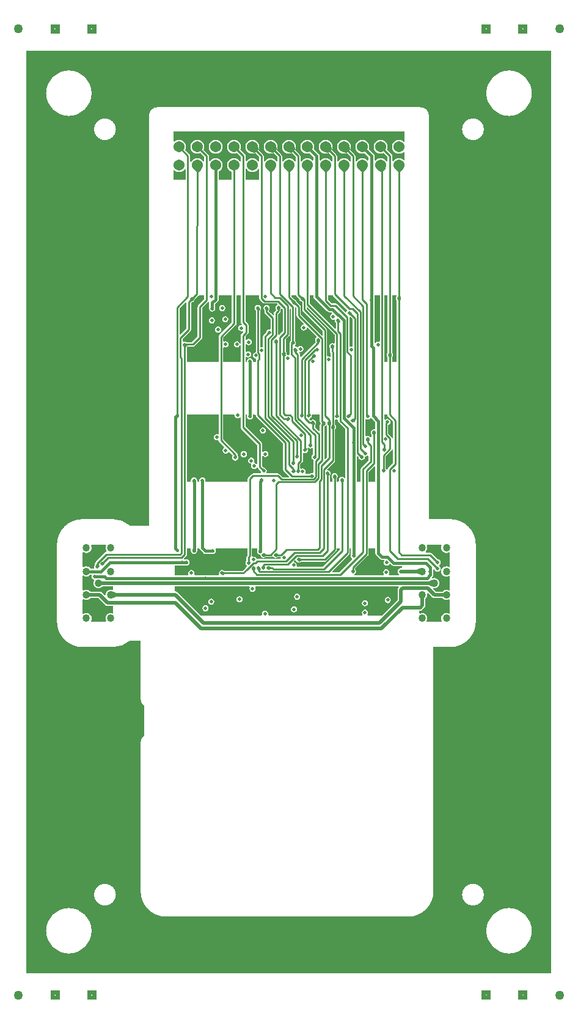
<source format=gbr>
G04 CAM350/DFMSTREAM V11.0 (Build 715) Date:  Fri Nov 02 14:57:19 2018 *
G04 Database: W:\PC Boards\VALTRONIC TECHNOLOGIES\VTC22567\CHECKPLOTS\MODIFIED.cam *
G04 Layer 18: R_Ly3 *
%FSLAX25Y25*%
%MOIN*%
%SFA1.000B1.000*%

%MIA0B0*%
%IPPOS*%
%ADD24C,0.00148*%
%ADD25C,0.02019*%
%ADD26C,0.01034*%
%ADD28C,0.00837*%
%ADD29C,0.06050*%
%ADD72C,0.04050*%
%ADD30C,0.01940*%
%ADD35C,0.01822*%
%ADD39C,0.05000*%
%LNR_Ly3*%
%LPD*%
G36*
X404850Y619100D02*
G01Y624100D01*
X409850*
Y619100*
X404850*
G37*
G36*
Y92300D02*
G01Y97300D01*
X409850*
Y92300*
X404850*
G37*
G36*
X384850Y619100D02*
G01Y624100D01*
X389850*
Y619100*
X384850*
G37*
G36*
Y92300D02*
G01Y97300D01*
X389850*
Y92300*
X384850*
G37*
G36*
X169550Y619100D02*
G01Y624100D01*
X174550*
Y619100*
X169550*
G37*
G36*
Y92300D02*
G01Y97300D01*
X174550*
Y92300*
X169550*
G37*
G36*
X149550Y619100D02*
G01Y624100D01*
X154550*
Y619100*
X149550*
G37*
G36*
Y92300D02*
G01Y97300D01*
X154550*
Y92300*
X149550*
G37*
G36*
X136536Y106768D02*
G01Y609580D01*
X422811*
Y106768*
X136536*
G37*
%LPC*%
G36*
X407438Y621210D02*
G75*
G03X407750Y621600I-88J390D01*
X407262Y621990I-400J0*
X406950Y621600I88J-390*
X407438Y621210I400J0*
G37*
G36*
Y94410D02*
G03X407750Y94800I-88J390D01*
X407262Y95190I-400J0*
X406950Y94800I88J-390*
X407438Y94410I400J0*
G37*
G36*
X387438Y621210D02*
G03X387750Y621600I-88J390D01*
X387262Y621990I-400J0*
X386950Y621600I88J-390*
X387438Y621210I400J0*
G37*
G36*
Y94410D02*
G03X387750Y94800I-88J390D01*
X387262Y95190I-400J0*
X386950Y94800I88J-390*
X387438Y94410I400J0*
G37*
G36*
X172138Y621210D02*
G03X172450Y621600I-88J390D01*
X171962Y621990I-400J0*
X171650Y621600I88J-390*
X172138Y621210I400J0*
G37*
G36*
Y94410D02*
G03X172450Y94800I-88J390D01*
X171962Y95190I-400J0*
X171650Y94800I88J-390*
X172138Y94410I400J0*
G37*
G36*
X152138Y621210D02*
G03X152450Y621600I-88J390D01*
X151962Y621990I-400J0*
X151650Y621600I88J-390*
X152138Y621210I400J0*
G37*
G36*
Y94410D02*
G03X152450Y94800I-88J390D01*
X151962Y95190I-400J0*
X151650Y94800I88J-390*
X152138Y94410I400J0*
G37*
G36*
X159595Y574120D02*
G03X171995Y586520J12400D01*
X159595Y598920I-12400J0*
X147195Y586520I0J-12400*
X159595Y574120I12400J0*
G37*
G36*
X167002Y284535D02*
G01X183691D01*
G03X192897Y288031I0J13870*
G01X198776Y288030*
Y256182*
G03X200744Y252462I4500J0*
G01Y236281*
G03X198776Y232560I2532J-3720*
G01Y151383*
G03X212650Y137509I13874J0*
G01X344650*
G03X358524Y151383I0J13874*
G01Y284526*
X367741*
G03X381615Y298400I0J13874*
G01Y340400*
G03X367741Y354274I-13874J0*
G01X356024*
Y574339*
G03X351524Y578839I-4500J0*
G01X207823*
G03X203323Y574339I0J-4500*
G01Y350777*
X192906Y350779*
G03X183691Y354283I-9215J-10366*
G01X167002*
G03X153128Y340409I0J-13874*
G01Y298409*
G03X167002Y284535I13874J0*
G37*
G36*
X179280Y143544D02*
G03X185248Y149512I-1J5969D01*
X179280Y155481I-5969J0*
X173311Y149512I0J-5969*
X179280Y143544I5969J1*
G37*
G36*
Y560867D02*
G03X185248Y566835I-1J5969D01*
X179280Y572804I-5969J0*
X173311Y566835I0J-5969*
X179280Y560867I5969J1*
G37*
G36*
X380067Y143544D02*
G03X386036Y149512I0J5969D01*
X380067Y155481I-5969J0*
X374099Y149512I1J-5969*
X380067Y143544I5969J1*
G37*
G36*
Y560867D02*
G03X386036Y566835I0J5969D01*
X380067Y572804I-5969J0*
X374099Y566835I1J-5969*
X380067Y560867I5969J1*
G37*
G36*
X399752Y117427D02*
G03X412152Y129827J12400D01*
X399752Y142227I-12400J0*
X387352Y129827I0J-12400*
X399752Y117427I12400*
G37*
G36*
Y574120D02*
G03X412152Y586520J12400D01*
X399752Y598920I-12400J0*
X387352Y586520I0J-12400*
X399752Y574120I12400*
G37*
G36*
X159595Y117427D02*
G03X171995Y129827I0J12400D01*
X159595Y142227I-12400J0*
X147195Y129827I0J-12400*
X159595Y117427I12400J0*
G37*
%LPD*%
G36*
X298888Y404963D02*
G02X298908Y404988I25J0D01*
G01X299391Y405084*
X299831Y405377*
G02X299841Y405381I14J-21*
G01X299969Y405398*
G02X299978Y405397I2J-25*
G01X300153Y405352*
G02X300158Y405350I-7J-24*
G01X300410Y405216*
G02X300423Y405194I-12J-22*
G01Y388041*
G02X300416Y388023I-25J-1*
G01X299393Y387000*
G02X299380Y386993I-18J18*
X299366Y386994I-5J24*
G01X298904Y387186*
G02X298888Y387209I9J23*
G01Y404963*
G37*
G36*
X312659Y464307D02*
G02X312669Y464327I25D01*
G01X312837Y464453*
G02X312844Y464457I16J-19*
G01X313154Y464559*
G02X313167Y464560I8J-24*
X313180Y464553I-5J-25*
G01X314499Y463234*
G02X314506Y463216I-18J-17*
G01Y448777*
G02X314497Y448758I-25J0*
G01X313997Y448347*
G02X313976Y448342I-16J19*
G01X313808Y448376*
X313188Y448253*
G02X313184Y448252I-8J24*
G01X313096Y448251*
G02X313083Y448255I1J25*
G01X312670Y448511*
G02X312659Y448532I14J21*
G01Y464307*
G37*
G36*
X323059Y374656D02*
G01Y380006D01*
G02X323067Y380024I25J0*
G01X326249Y383206*
G02X326262Y383213I18J-18*
X326277Y383211I4J-25*
G01X326776Y383004*
G02X326792Y382981I-9J-23*
G01Y374656*
G02X326767Y374631I-25*
G01X323084*
G02X323059Y374656J25*
G37*
G36*
X273781Y466022D02*
G02X273789Y466040I25J0D01*
G01X274777Y467028*
X275034Y467413*
X275125Y467866*
Y468322*
G02X275133Y468341I25J1*
G01X275478Y468857*
G02X275492Y468867I21J-14*
G01X276002Y469004*
G02X276014I6J-24*
G01X276015*
G02X276025Y468999I-6J-24*
G01X276315Y468757*
G02X276324Y468737I-16J-19*
G01Y456658*
G02X276317Y456640I-25J-1*
G01X274324Y454647*
G02X274311Y454641I-17J19*
G01Y454640*
G02X274297Y454642I-4J25*
G01X273797Y454849*
G02X273781Y454872I9J23*
G01Y466022*
G37*
G36*
X216575Y539230D02*
G01Y544364D01*
G02X216581Y544380I25J0*
X216593Y544388I19J-16*
G01X217093Y544547*
G02X217100Y544548I7J-24*
X217105Y544547I-2J-25*
X217116Y544543I-3J-25*
G01X217800Y544018*
X218715Y543639*
X219697Y543509*
X220679Y543639*
X221595Y544018*
X222381Y544621*
X222711Y545052*
G02X222724Y545061I20J-15*
X222731Y545062I7J-24*
X222739Y545061I1J-25*
G01X223239Y544890*
G02X223256Y544867I-8J-24*
G01Y539230*
G02X223231Y539205I-25*
G01X216600*
G02X216575Y539230J25*
G37*
G36*
X332408Y388422D02*
G02X332415Y388440I25J1D01*
G01X335703Y391727*
X335960Y392112*
X335991Y392269*
G02X336018Y392289I25J-5*
G01X336518Y392240*
G02X336540Y392215I-3J-25*
G01Y384969*
G02X336533Y384951I-25J-1*
G01X333672Y382090*
X333394Y381673*
X333339Y381399*
G02X333315Y381379I-24J5*
G01X332806Y381378*
G02X332801Y381379I2J25*
G01X332799*
G02X332784Y381390I6J24*
G01X332416Y381940*
G02X332408Y381958I17J18*
G01Y388422*
G37*
G36*
X255977Y539230D02*
G01Y545077D01*
G02X255982Y545092I25*
X255994Y545101I20J-15*
G01X256494Y545271*
G02X256502Y545272I7J-24*
X256509Y545271J-25*
X256522Y545262I-7J-24*
G01X257014Y544621*
X257800Y544018*
X258715Y543639*
X259697Y543509*
X260679Y543639*
X261594Y544018*
X262381Y544621*
X262973Y545393*
G02X262990Y545403I20J-15*
G01X263040Y545408*
X263042*
G02X263049Y545407I0J-25*
G01X263499Y545288*
G02X263518Y545264I-6J-24*
G01Y539230*
G02X263493Y539205I-25*
G01X256002*
G02X255977Y539230J25*
G37*
G36*
X290769Y408617D02*
G02X290770Y408624I25D01*
G01X290935Y409166*
G02X290954Y409184I24J-6*
G01X291124Y409218*
X291669Y409582*
X292033Y410127*
X292162Y410775*
G02X292167Y410786I25J-5*
G01X292484Y411171*
G02X292503Y411181I20J-15*
G01X296461Y411180*
G02X296486Y411155I0J-25*
G01Y407721*
X296577Y407268*
X296834Y406883*
X297061Y406656*
G02X297068Y406639I-18J-17*
G01Y406636*
Y406634*
G02X297061Y406616I-25J-1*
G01X296877Y406433*
X296620Y406048*
X296530Y405594*
Y402497*
G02X296526Y402483I-25J0*
G01X296525*
G02X296514Y402473I-22J13*
G01X296053Y402282*
G02X296038Y402281I-9J23*
X296025Y402288I5J25*
G01X294030Y404283*
G02X294022Y404301I17J18*
G01Y405724*
G02X294030Y405742I25J0*
G01X294395Y406289*
X294523Y406931*
X294395Y407574*
X294031Y408120*
X293486Y408484*
X292843Y408612*
X292200Y408484*
X291651Y408117*
G02X291632Y408113I-14J21*
G01X291178Y408203*
G02X291165Y408210I5J25*
G01X290776Y408599*
G02X290770Y408610I18J17*
X290769Y408617I24J7*
G37*
G36*
X321384Y399749D02*
G01X321385Y408504D01*
G02X321398Y408526I25J0*
G01X321898Y408793*
G02X321910Y408796I12J-22*
G01X321911*
G02X321923Y408792I-2J-25*
G01X322023Y408726*
X322666Y408598*
X323309Y408726*
X323854Y409090*
X323954Y409240*
G02X323960Y409246I20J-14*
G01X323966Y409250*
G02X323979Y409256I17J-19*
G01X324607Y409299*
G02X324626Y409292I2J-25*
G01X326785Y407134*
G02X326792Y407116I-18J-17*
G01Y403615*
G02X326782Y403594I-25J-1*
G01X326282Y403232*
G02X326262Y403228I-14J20*
G01X325914Y403297*
X325271Y403169*
X324726Y402805*
X324361Y402260*
X324233Y401617*
X324361Y400973*
X324726Y400427*
G02X324734Y400409I-17J-18*
G01Y399017*
G02X324724Y398997I-25*
G01X324640Y398934*
G02X324621Y398930I-14J21*
G01X323941Y399047*
G02X323925Y399058I5J24*
G01X323854Y399163*
X323309Y399527*
X322666Y399655*
X322023Y399527*
X321923Y399461*
G02X321911Y399457I-14J21*
G01X321910*
G02X321898Y399460I0J25*
G01X321398Y399727*
G02X321388Y399736I11J22*
X321384Y399749I21J14*
G37*
G36*
X331621Y411156D02*
G02X331646Y411181I25J0D01*
G01X333411Y411180*
G02X333435Y411160I-1J-25*
G01X333516Y410757*
X333794Y410340*
X336533Y407601*
G02X336540Y407583I-18J-17*
G01Y398518*
G02X336518Y398493I-25J0*
G01X336018Y398444*
G02X335991Y398464I-2J25*
G01X335960Y398621*
X335703Y399006*
X333743Y400965*
G02X333736Y400983I18J17*
G01Y405576*
G02X333756Y405600I25J-1*
G01X333993Y405648*
X334538Y406012*
X334902Y406557*
X335030Y407200*
X334902Y407843*
X334538Y408388*
X333993Y408752*
X333350Y408880*
X332707Y408752*
X332158Y408386*
G02X332147Y408382I-14J21*
X332136I-5J24*
G01X331638Y408537*
G02X331621Y408561I8J24*
G01Y411156*
G37*
G36*
Y439968D02*
G01Y476468D01*
G02X331646Y476493I25J0*
G01X333393*
G02X333418Y476468I0J-25*
G01Y444881*
G02X333413Y444867I-25J1*
G01X333145Y444465*
X333017Y443822*
X333145Y443179*
X333413Y442776*
G02X333418Y442762I-20J-15*
G01Y439968*
G02X333393Y439943I-25*
G01X331646*
G02X331621Y439968J25*
G37*
G36*
X277979Y452299D02*
G02X277986Y452317I25J1D01*
G01X279720Y454051*
X279978Y454436*
X280068Y454890*
Y468722*
G02X280082Y468745I25J1*
G01X280581Y469012*
G02X280594Y469015I12J-22*
X280607Y469010I-2J-25*
G01X280629Y468996*
G02X280640Y468975I-14J-21*
G01Y451447*
G02X280632Y451428I-25J-1*
G01X280267Y450882*
X280139Y450239*
X280151Y450178*
G02Y450173I-25J-2*
X280147Y450159I-25J0*
G01X280041Y450001*
X279951Y449547*
Y444040*
X279968Y443955*
G02X279969Y443950I-24J-7*
X279962Y443933I-25J0*
G01X279822Y443779*
G02X279817Y443775I-18J17*
G01X279518Y443575*
G02X279500Y443571I-14J21*
G01X278950Y443680*
X278893Y443669*
G02X278871Y443676I-4J25*
G01X278445Y444101*
G02X278439Y444112I18J17*
X278438Y444119I24J7*
Y444124I25J3*
G01X278480Y444333*
X278352Y444976*
X277987Y445522*
G02X277979Y445541I17J18*
G01Y452299*
G37*
G36*
X219888Y469162D02*
G02X219895Y469180I25J1D01*
G01X223191Y472475*
G02X223203Y472482I18J-17*
X223218Y472481I6J-24*
G01X223718Y472273*
G02X223733Y472250I-10J-23*
G01Y458219*
G02X223726Y458201I-25J-1*
G01X220393Y454868*
G02X220380Y454861I-18J18*
X220365Y454863I-4J25*
G01X219904Y455054*
G02X219888Y455077I9J23*
G01Y469162*
G37*
G36*
X326378Y476468D02*
G02X326403Y476493I25J0D01*
G01X329237*
G02X329262Y476468I0J-25*
G01Y451344*
G02X329251Y451323I-25J0*
G01X328751Y450993*
G02X328732Y450990I-13J21*
G01X328315Y451073*
X327672Y450945*
X327127Y450580*
X326924Y450277*
G02X326896Y450267I-21J14*
G01X326396Y450418*
G02X326378Y450442I7J24*
G01Y476468*
G37*
G36*
X335977Y439968D02*
G01Y442762D01*
G02X335981Y442776I25J0*
G01X336250Y443179*
X336378Y443822*
X336250Y444465*
X335981Y444867*
G02X335977Y444881I21J14*
G01Y476468*
G02X336002Y476493I25J0*
G01X338393*
G02X338418Y476468I0J-25*
G01Y475811*
G02X338413Y475798I-25J2*
G01X338141Y475390*
X338013Y474747*
X338141Y474103*
X338413Y473695*
G02X338418Y473681I-20J-15*
G01Y439968*
G02X338393Y439943I-25*
G01X336002*
G02X335977Y439968J25*
G37*
G36*
X316768Y374656D02*
G01Y388351D01*
G02X316772Y388365I25J0*
X316783Y388375I22J-13*
G01X317245Y388566*
G02X317260Y388567I9J-23*
X317272Y388561I-5J-25*
G01X317681Y388152*
G02X317688Y388135I-18J-17*
G01Y388133*
X317816Y387489*
X318180Y386944*
X318726Y386580*
X319369Y386452*
X320012Y386580*
X320557Y386944*
X320921Y387489*
X321050Y388137*
G02X321060Y388153I25J-4*
G01X321509Y388462*
G02X321518Y388466I14J-20*
G01X321931Y388548*
X322476Y388913*
X322515Y388971*
G02X322528Y388981I21J-14*
X322544I8J-24*
G01X323043Y388830*
G02X323061Y388806I-7J-24*
G01Y386269*
G02X323054Y386251I-25J-1*
G01X319176Y382373*
X318919Y381989*
X318829Y381535*
Y374656*
G02X318804Y374631I-25*
G01X316793*
G02X316768Y374656J25*
G37*
G36*
X259475Y334232D02*
G01Y338268D01*
G02X259500Y338293I25J0*
G01X262200*
G02X262225Y338268I0J-25*
G01Y336560*
X262354Y335914*
X262718Y335369*
X263263Y335005*
X263911Y334876*
G02X263928Y334863I-5J-24*
G01X264171Y334402*
G02X264173Y334395I-23J-10*
G01X264224Y334143*
X264588Y333598*
X265133Y333233*
X265776Y333105*
X266419Y333233*
X266965Y333598*
G02X266984Y333606I18J-17*
G01X269633*
X270087Y333697*
X270393Y333902*
X270475Y333955*
G02X270489Y333959I14J-21*
X270496Y333958I0J-25*
G01X271041Y333798*
G02X271055Y333788I-7J-24*
G01X271182Y333598*
X271728Y333233*
X272370Y333105*
X273013Y333233*
X273560Y333598*
G02X273578Y333606I18J-17*
G01X275050*
G02X275069Y333597I0J-25*
G01X275211Y333424*
G02X275217Y333413I-18J-17*
G01X275289Y333050*
G02Y333045I-25J-2*
X275284Y333031I-25J1*
G01X274927Y332531*
G02X274907Y332520I-21J14*
G01X262530*
X262521Y332518*
G02X262516I-2J25*
X262503Y332521I-1J25*
G01X261926Y332858*
G02X261918Y332866I13J21*
G01X261551Y333415*
X261006Y333779*
X260363Y333907*
X259946Y333824*
G02X259941I-2J25*
X259926Y333829I0J25*
G01X259529Y334140*
G02X259525Y334145I17J18*
G01X259499Y334179*
G02X259496Y334184I20J15*
G01X259478Y334221*
G02X259475Y334232I22J12*
G37*
G36*
X300877Y476468D02*
G02X300902Y476493I25J0D01*
G01X303577*
G02X303601Y476473I-1J-25*
G01X303608Y476437*
X303865Y476053*
X311481Y468437*
G02X311488Y468419I-18J-17*
G01Y468417*
X311445Y467978*
G02X311441Y467966I-25J2*
G01X311074Y467417*
X311040Y467247*
G02X311023Y467228I-25J5*
G01X310480Y467064*
G02X310473Y467062I-10J23*
X310455Y467070I0J25*
G01X305989Y471536*
X305604Y471793*
X305151Y471883*
X302924*
G02X302907Y471890I0J25*
G01X300884Y473913*
G02X300877Y473931I18J17*
G01Y476468*
G37*
G36*
X285755Y384090D02*
G02X285762Y384108I25J1D01*
G01X286982Y385328*
X287239Y385713*
X287329Y386166*
Y390111*
G02X287343Y390133I25J0*
G01X287843Y390398*
G02X287859Y390400I11J-22*
G01X288414Y390290*
X289057Y390418*
X289602Y390783*
X289966Y391328*
X290094Y391971*
X289966Y392614*
X289777Y392898*
G02X289772Y392912I20J15*
X289781Y392931I25J0*
G01X290144Y393244*
G02X290174Y393246I16J-19*
G01X290724Y392879*
X291367Y392751*
X292010Y392879*
X292314Y393082*
G02X292326Y393086I14J-21*
G01X292327*
G02X292339Y393083I0J-25*
G01X292839Y392816*
G02X292849Y392807I-11J-22*
X292853Y392794I-21J-14*
G01Y389608*
G02X292841Y389588I-25J1*
G01X292442Y389321*
X292078Y388775*
X291950Y388132*
X292078Y387489*
X292442Y386944*
X292991Y386577*
G02X293002Y386563I-13J-21*
G01X293149Y386023*
G02X293150Y386017I-24J-7*
X293149Y386012I-25J2*
G01X293140Y385965*
Y379789*
G02X293130Y379769I-25*
G01X292630Y379411*
G02X292610Y379407I-14J20*
G01X292252Y379478*
X291609Y379350*
X291063Y378985*
G02X291045Y378977I-18J17*
G01X288909*
G02X288887Y378990I0J25*
G01X288619Y379490*
G02X288616Y379502I22J12*
X288621Y379516I25J-1*
G01X288687Y379615*
X288815Y380258*
X288687Y380901*
X288323Y381446*
X287777Y381811*
X287134Y381939*
X286491Y381811*
X286293Y381679*
G02X286281Y381675I-14J21*
G01X286280*
G02X286268Y381678I0J25*
G01X285768Y381944*
G02X285755Y381966I12J22*
G01Y384090*
G37*
G36*
X303274Y325822D02*
G02Y325827I25J3D01*
X303281Y325840I25J-5*
G01X312474Y335033*
X312731Y335418*
X312821Y335871*
Y338268*
G02X312846Y338293I25J0*
G01X313381*
G02X313406Y338268I0J-25*
G01Y334198*
X313535Y333552*
X313899Y333007*
X314042Y332911*
G02X314053Y332893I-14J-21*
G01X314116Y332249*
Y332247*
G02X314109Y332229I-25J-1*
G01X307222Y325343*
G02X307205Y325335I-18J17*
G01X303490*
G02X303476Y325339I0J25*
G01Y325340*
G02X303467Y325351I14J21*
G01X303276Y325812*
G02X303274Y325822I23J10*
G37*
G36*
X167132Y336035D02*
G02X167146Y336057I25J0D01*
G01X167646Y336303*
G02X167657Y336306I12J-22*
X167672Y336301J-25*
G01X167809Y336196*
X168481Y335918*
X169202Y335823*
X169923Y335918*
X170595Y336196*
X171172Y336639*
X171615Y337216*
X171893Y337888*
X171988Y338609*
X171893Y339330*
X171689Y339823*
G02X171687Y339832I23J10*
X171690Y339844I25J0*
G01X171950Y340344*
G02X171972Y340357I22J-12*
G01X179632*
G02X179654Y340344I0J-25*
G01X179914Y339844*
G02X179917Y339832I-22J-12*
X179915Y339823I-25J1*
G01X179711Y339330*
X179616Y338609*
X179711Y337888*
X179989Y337216*
X180237Y336893*
G02X180242Y336878I-20J-15*
X180241Y336872I-25J1*
G01X180187Y336641*
G02X180184Y336634I-24J6*
G01X180009Y336343*
G02X179992Y336331I-22J13*
G01X179609Y336255*
X179192Y335976*
X174223Y331007*
X173945Y330590*
X173847Y330098*
Y329546*
G02X173842Y329532I-25J1*
G01X173574Y329130*
X173446Y328487*
X173539Y328020*
G02Y328015I-25J-2*
X173535Y328002I-25J1*
G01X173229Y327502*
G02X173207Y327490I-21J13*
G01X171406*
G02X171387Y327500I1J25*
G01X171172Y327779*
X170595Y328222*
X169923Y328500*
X169202Y328595*
X168481Y328500*
X167809Y328222*
X167672Y328117*
G02X167657Y328112I-15J20*
X167646Y328115I1J25*
G01X167146Y328361*
G02X167132Y328383I11J22*
G01Y336035*
G37*
G36*
Y323234D02*
G02X167146Y323257I25J1D01*
G01X167646Y323503*
G02X167657Y323506I12J-22*
X167672Y323501J-25*
G01X167809Y323396*
X168481Y323118*
X169202Y323023*
X169923Y323118*
X170595Y323396*
X171172Y323839*
X171386Y324118*
G02X171406Y324128I20J-15*
G01X171915*
G02X171936Y324116I0J-25*
G01X172193Y323704*
G02X172197Y323691I-21J-14*
G01Y323690*
X172192Y323602*
Y323598*
X172068Y322975*
X172196Y322332*
X172560Y321786*
X173106Y321422*
X173260Y321391*
G02X173279Y321376I-4J-25*
G01X173455Y320908*
G02X173456Y320899I-24J-7*
Y320894I-25J-2*
X173451Y320884I-24J6*
G01X173388Y320800*
X173109Y320128*
X173014Y319407*
X173109Y318686*
X173388Y318014*
X173830Y317437*
X174407Y316994*
X175079Y316716*
X175800Y316621*
X176521Y316716*
X177193Y316994*
X177770Y317437*
X177902Y317609*
G02X177922Y317619I20J-15*
G01X183846*
G02X183871Y317594I0J-25*
G01Y315969*
G02X183860Y315948I-25J0*
G01X183360Y315614*
G02X183346Y315610I-14J21*
X183337Y315612I1J25*
G01X183123Y315700*
X182402Y315795*
X181681Y315700*
X181009Y315422*
X180432Y314979*
X179989Y314402*
X179711Y313730*
X179627Y313096*
G02X179615Y313078I-25J3*
G01X179171Y312814*
G02X179159Y312811I-12J22*
X179141Y312818I-1J25*
G01X177692Y314267*
X177112Y314654*
X176428Y314790*
X171329*
G02X171309Y314800J25*
G01X171172Y314979*
X170595Y315422*
X169923Y315700*
X169202Y315795*
X168481Y315700*
X167809Y315422*
X167672Y315317*
G02X167657Y315312I-15J20*
X167646Y315315I1J25*
G01X167146Y315561*
G02X167132Y315583I11J22*
G01Y323234*
G37*
G36*
Y310434D02*
G02X167146Y310457I25J1D01*
G01X167646Y310703*
G02X167657Y310706I12J-22*
X167672Y310701J-25*
G01X167809Y310596*
X168481Y310318*
X169202Y310223*
X169923Y310318*
X170595Y310596*
X171172Y311039*
X171309Y311218*
G02X171329Y311228I20J-15*
G01X175683*
G02X175700Y311220I-1J-25*
G01X179475Y307445*
X180055Y307058*
X180739Y306922*
X183846*
G02X183871Y306897I0J-25*
G01Y303169*
G02X183860Y303148I-25J0*
G01X183360Y302814*
G02X183346Y302810I-14J21*
X183337Y302812I1J25*
G01X183123Y302900*
X182402Y302995*
X181681Y302900*
X181009Y302622*
X180432Y302179*
X179989Y301602*
X179711Y300930*
X179616Y300209*
X179711Y299488*
X179989Y298816*
X180007Y298792*
G02X180012Y298779I-20J-15*
G01Y298777*
G02X180010Y298766I-25J-1*
G01X179789Y298317*
G02X179766Y298303I-22J11*
G01X171838*
G02X171815Y298317I-1J25*
G01X171594Y298766*
G02X171592Y298777I23J10*
G01Y298779*
G02X171597Y298792I25J-2*
G01X171615Y298816*
X171893Y299488*
X171988Y300209*
X171893Y300930*
X171615Y301602*
X171172Y302179*
X170595Y302622*
X169923Y302900*
X169202Y302995*
X168481Y302900*
X167809Y302622*
X167672Y302517*
G02X167657Y302512I-15J20*
X167646Y302515I1J25*
G01X167146Y302761*
G02X167132Y302783I11J22*
G01Y310434*
G37*
G36*
X282337Y331362D02*
G02X282338Y331368I25J-1D01*
X282345Y331380I24J-6*
G01X282881Y331916*
G02X282892Y331922I17J-18*
X282899Y331923I7J-24*
X282906Y331922I0J-25*
G01X283384Y331777*
G02X283401Y331758I-8J-24*
G01X283416Y331682*
X283781Y331137*
X284326Y330773*
X284969Y330645*
X285612Y330773*
X286158Y331138*
G02X286177Y331146I18J-17*
G01X299238*
X299692Y331236*
X300076Y331493*
X305486Y336903*
X305743Y337287*
X305833Y337741*
Y338268*
G02X305858Y338293I25J0*
G01X307387*
G02X307412Y338268I0J-25*
G01Y337647*
G02X307404Y337629I-25J0*
G01X298070Y328295*
G02X298053Y328288I-17J18*
G01X284204*
G02X284184Y328298J25*
G01X283827Y328798*
G02X283822Y328813I20J15*
Y328818I25J3*
G01X283893Y329176*
X283765Y329819*
X283401Y330364*
X282856Y330728*
X282522Y330795*
G02X282503Y330812I5J25*
G01X282338Y331354*
G02X282337Y331362I24J7*
G37*
G36*
X350745Y304338D02*
G02X350770Y304363I25J0D01*
G01X351207*
X351891Y304499*
X352470Y304886*
X353599Y306014*
X353986Y306594*
X354122Y307278*
Y310872*
G02X354132Y310892I25*
G01X354311Y311030*
X354754Y311607*
X355032Y312279*
X355127Y313000*
X355050Y313580*
Y313583*
G02X355053Y313594I25J-1*
X355063Y313605I23J-11*
G01X355512Y313863*
G02X355524Y313867I14J-21*
X355542Y313859I0J-25*
G01X357659Y311742*
X358239Y311355*
X358923Y311219*
X363413*
G02X363433Y311209I0J-25*
G01X363571Y311030*
X364148Y310587*
X364820Y310309*
X365541Y310214*
X366262Y310309*
X366934Y310587*
X366995Y310634*
G02X367010Y310639I15J-20*
X367021Y310637I1J-25*
G01X367470Y310415*
G02X367484Y310393I-11J-22*
G01Y302807*
G02X367470Y302785I-25J0*
G01X367021Y302563*
G02X367010Y302561I-10J23*
X366995Y302566J25*
G01X366934Y302613*
X366262Y302891*
X365541Y302986*
X364819Y302891*
X364148Y302613*
X363571Y302170*
X363128Y301593*
X362849Y300921*
X362754Y300200*
X362849Y299479*
X363128Y298807*
X363224Y298682*
G02X363229Y298669I-20J-15*
G01Y298668*
Y298666*
G02X363226Y298655I-25J1*
G01X363005Y298207*
G02X362983Y298193I-22J11*
G01X354899*
G02X354876Y298207I-1J25*
G01X354655Y298655*
G02X354653Y298666I23J10*
G01Y298669*
G02X354658Y298682I25J-2*
G01X354754Y298807*
X355032Y299479*
X355127Y300200*
X355032Y300921*
X354754Y301593*
X354311Y302170*
X353734Y302613*
X353062Y302891*
X352341Y302986*
X351619Y302891*
X351279Y302750*
G02X351270Y302748I-10J23*
X351256Y302752I0J25*
G01X350756Y303087*
G02X350745Y303107I14J21*
G01Y304338*
G37*
G36*
X290877Y476468D02*
G02X290902Y476493I25J0D01*
G01X292991*
G02X293016Y476468I0J-25*
G01Y475778*
X293145Y475133*
X293510Y474586*
X300457Y467639*
X301005Y467273*
X301650Y467145*
X302787*
G02X302804Y467137I-1J-25*
G01X303164Y466778*
G02X303171Y466760I-18J-17*
X303170Y466754I-25J1*
G01X303020Y466197*
G02X303010Y466183I-24J7*
G01X302580Y465895*
X302216Y465350*
X302088Y464707*
X302216Y464064*
X302580Y463519*
X303125Y463155*
X303768Y463027*
X304318Y463136*
G02X304337Y463132I5J-25*
G01X304635Y462933*
G02X304640Y462929I-13J-21*
G01X304781Y462775*
G02X304788Y462758I-18J-17*
X304787Y462753I-25J2*
G01X304745Y462542*
X304873Y461899*
X305238Y461352*
G02X305246Y461334I-17J-18*
G01Y458327*
G02X305242Y458313I-25J0*
X305231Y458304I-21J14*
G01X304769Y458112*
G02X304754Y458111I-9J23*
X304742Y458118I6J24*
G01X290884Y471976*
G02X290877Y471993I18J17*
G01Y476468*
G37*
G36*
X221780Y452626D02*
G02X221787Y452644I25J1D01*
G01X225916Y456772*
X226195Y457189*
X226292Y457681*
Y472106*
G02X226300Y472124I25J0*
G01X226739Y472563*
G02X226752Y472569I17J-19*
G01X227226Y472664*
X227771Y473028*
X228136Y473574*
X228202Y473907*
G02X228209Y473919I24J-6*
G01X230417Y476127*
X230654Y476482*
G02X230675Y476493I21J-14*
G01X233445*
G02X233470Y476468I0J-25*
G01Y474140*
G02X233463Y474123I-25J0*
G01X230178Y470837*
X229899Y470420*
X229801Y469928*
Y453935*
G02X229794Y453917I-25J-1*
G01X226713Y450836*
G02X226696Y450829I-17J18*
G01X223627*
G02X223613Y450833I0J25*
G01X223506Y450905*
X222863Y451033*
X222310Y450923*
G02X222293Y450926I-4J25*
G01X221793Y451192*
G02X221780Y451214I12J22*
G01Y452626*
G37*
G36*
X282921Y448979D02*
G02X282923Y448987I25J-2D01*
G01Y448988*
G02X282932Y449000I24J-8*
G01X283008Y449050*
X283372Y449596*
X283500Y450239*
X283372Y450882*
X283007Y451428*
G02X282999Y451446I17J18*
G01Y469295*
G02X283013Y469317I25J0*
G01X283513Y469560*
G02X283526Y469562I10J-23*
X283539Y469557I-2J-25*
G01X283780Y469372*
G02X283790Y469352I-15J-20*
G01Y465409*
X283880Y464955*
X284137Y464571*
X287700Y461007*
G02X287708Y460989I-17J-18*
X287707Y460982I-25*
G01X287542Y460440*
G02X287523Y460422I-24J6*
G01X287180Y460354*
X286635Y459990*
X286271Y459445*
X286143Y458802*
X286271Y458159*
X286635Y457613*
X287180Y457249*
X287823Y457121*
X288466Y457249*
X289012Y457613*
X289376Y458159*
X289444Y458501*
G02X289461Y458520I25J-5*
G01X290004Y458685*
G02X290017I7J-24*
G01X290018*
G02X290029Y458679I-6J-24*
G01X294726Y453981*
G02X294734Y453963I-17J-18*
G01Y453961*
X294670Y453317*
G02X294659Y453299I-25J3*
G01X294509Y453199*
X294145Y452653*
X294017Y452010*
X294145Y451367*
X294421Y450954*
G02X294425Y450940I-21J-14*
X294418Y450922I-25J-1*
G01X286199Y442703*
G02X286186Y442696I-18J18*
X286171Y442698I-4J25*
G01X285672Y442905*
G02X285656Y442928I9J23*
G01Y444035*
X285566Y444489*
X285309Y444873*
X285162Y445020*
G02X285155Y445038I18J17*
X285158Y445050I25J0*
G01X285418Y445497*
G02X285429Y445508I22J-11*
X285445Y445510I11J-22*
G01X285953Y445409*
X286596Y445537*
X287141Y445901*
X287506Y446446*
X287634Y447089*
X287506Y447732*
X287141Y448277*
X286596Y448641*
X285953Y448769*
X285310Y448641*
X284765Y448277*
X284570Y447986*
G02X284550Y447975I-21J14*
G01X284305*
G02X284291Y447979I0J25*
G01X283742Y448346*
X283117Y448471*
G02X283100Y448482I4J25*
G01X283055Y448558*
G02X283053Y448563I22J12*
G01X282922Y448971*
G02X282921Y448979I24J7*
G37*
G36*
X354275Y336590D02*
G02X354276Y336597I25D01*
G01Y336598*
G02X354285Y336610I24J-8*
G01X354311Y336630*
X354754Y337207*
X355032Y337879*
X355127Y338600*
X355032Y339321*
X354870Y339712*
G02X354868Y339722I23J10*
G01Y339724*
G02X354872Y339736I25J-2*
G01X355192Y340236*
G02X355213Y340247I21J-14*
G01X362669*
G02X362690Y340235I0J-25*
G01X363009Y339736*
G02X363013Y339722I-21J-14*
X363011Y339713I-25J1*
G01X362849Y339321*
X362754Y338600*
X362849Y337879*
X363128Y337207*
X363571Y336630*
X364148Y336187*
X364820Y335909*
X365541Y335814*
X366262Y335909*
X366934Y336187*
X366995Y336234*
G02X367008Y336239I15J-20*
X367021Y336237I3J-25*
G01X367470Y336015*
G02X367484Y335993I-11J-22*
G01Y328407*
G02X367470Y328385I-25J0*
G01X367021Y328163*
G02X367008Y328161I-10J23*
X366995Y328166I2J25*
G01X366934Y328213*
X366262Y328491*
X365541Y328586*
X364820Y328491*
X364148Y328213*
X363571Y327770*
X363128Y327193*
X362849Y326521*
X362754Y325800*
X362849Y325079*
X363128Y324407*
X363571Y323830*
X364148Y323387*
X364820Y323109*
X365541Y323014*
X366262Y323109*
X366934Y323387*
X366995Y323434*
G02X367008Y323439I15J-20*
X367021Y323437I3J-25*
G01X367470Y323215*
G02X367484Y323193I-11J-22*
G01Y315607*
G02X367470Y315585I-25J0*
G01X367021Y315363*
G02X367008Y315361I-10J23*
X366995Y315366I2J25*
G01X366934Y315413*
X366262Y315691*
X365541Y315786*
X364820Y315691*
X364148Y315413*
X363571Y314970*
X363433Y314791*
G02X363413Y314781I-20J15*
G01X359668*
G02X359651Y314789I1J25*
G01X358289Y316150*
G02X358282Y316168I18J17*
X358285Y316179I25J-1*
G01X358518Y316652*
G02X358528Y316663I23J-11*
X358544Y316666I12J-22*
G01X358941Y316614*
X359662Y316709*
X360334Y316987*
X360911Y317430*
X361353Y318007*
X361632Y318679*
X361727Y319400*
X361632Y320121*
X361353Y320793*
X360911Y321370*
X360334Y321813*
X359662Y322091*
X358941Y322186*
X358220Y322091*
X358022Y322010*
G02X357992Y322019I-9J23*
G01X357709Y322443*
G02X357705Y322457I21J14*
X357712Y322474I25J0*
G01X358006Y322769*
X358372Y323316*
X358500Y323962*
Y326540*
G02X358513Y326562I25J0*
G01X359012Y326855*
G02X359024Y326859I14J-21*
X359037Y326856I1J-25*
G01X359171Y326781*
G02X359184Y326764I-11J-22*
G01X359204Y326662*
X359568Y326117*
X360113Y325753*
X360756Y325625*
X361399Y325753*
X361945Y326117*
X362309Y326663*
X362437Y327306*
X362309Y327948*
X361945Y328494*
X361700Y328657*
G02X361689Y328678I14J21*
G01Y329280*
G02X361700Y329300I25J-1*
G01X361945Y329464*
X362309Y330009*
X362437Y330652*
X362309Y331295*
X361945Y331840*
X361399Y332204*
X360925Y332299*
G02X360912Y332306I5J25*
G01X357529Y335689*
X357112Y335967*
X356620Y336066*
X354470*
G02X354456Y336070I0J25*
X354446Y336083I14J21*
G01X354277Y336582*
G02X354275Y336590I23J10*
G37*
G36*
X300423Y381338D02*
G02X300431Y381356I25J0D01*
G01X304502Y385427*
X304759Y385811*
X304849Y386265*
Y403361*
G02X304857Y403380I25J1*
G01X305222Y403926*
X305350Y404569*
X305222Y405212*
X304857Y405759*
G02X304849Y405777I17J18*
G01Y408262*
G02X304861Y408284I25J1*
G01X305361Y408593*
G02X305379Y408596I13J-21*
G01X305840Y408505*
X306009Y408538*
G02X306029Y408533I4J-25*
G01X306529Y408122*
G02X306538Y408103I-16J-19*
G01Y407807*
X306629Y407354*
X306886Y406969*
X310455Y403399*
G02X310463Y403381I-17J-18*
G01Y376878*
G02X310458Y376863I-25J0*
X310445Y376854I-20J15*
G01X309945Y376703*
G02X309929I-8J24*
X309917Y376713I9J23*
G01X309779Y376919*
X309234Y377283*
X308591Y377411*
X307948Y377283*
X307403Y376919*
X307039Y376374*
X306911Y375731*
X307024Y375160*
G02Y375155I-25J-2*
X307022Y375145I-25J0*
G01X306792Y374645*
G02X306770Y374631I-22J11*
G01X305858*
G02X305833Y374656J25*
G01Y376491*
G02X305842Y376510I25J0*
G01X306206Y377056*
X306334Y377699*
X306206Y378342*
X305842Y378887*
X305297Y379252*
X304654Y379380*
X304011Y379252*
X303466Y378888*
X303102Y378342*
X302974Y377699*
X303102Y377056*
X303467Y376510*
G02X303475Y376491I-17J-18*
G01Y374656*
G02X303450Y374631I-25*
G01X301921*
G02X301896Y374656J25*
G01Y377968*
G02X301905Y377986I25J-1*
G01X302269Y378533*
X302397Y379176*
X302269Y379819*
X301905Y380364*
X301360Y380728*
X300717Y380856*
X300700Y380853*
G02X300684Y380855I-5J24*
X300673Y380865I11J23*
G01X300426Y381326*
G02X300423Y381338I22J12*
G37*
G36*
X315346Y324295D02*
G02X315348Y324305I25J0D01*
X315357Y324316I23J-10*
G01X315800Y324612*
X316164Y325157*
X316292Y325800*
X316164Y326443*
X315799Y326989*
G02X315791Y327008I17J18*
G01Y327489*
G02X315798Y327507I25J1*
G01X322712Y334421*
X322969Y334805*
X323059Y335259*
Y338268*
G02X323084Y338293I25J0*
G01X326767*
G02X326792Y338268I0J-25*
G01Y335780*
X326920Y335134*
X327286Y334587*
X329260Y332613*
X329807Y332248*
X330453Y332119*
X331350*
G02X331372Y332106I0J-25*
G01X331639Y331606*
G02X331642Y331594I-22J-12*
G01Y331593*
G02X331638Y331580I-25J1*
G01X331448Y331295*
X331320Y330652*
X331448Y330009*
X331812Y329464*
X332357Y329100*
X333000Y328972*
X333643Y329100*
X334189Y329464*
X334395Y329772*
G02X334412Y329783I21J-14*
G01X335016Y329886*
G02X335020I2J-25*
X335038Y329879I1J-25*
G01X335649Y329268*
X336196Y328903*
X336841Y328774*
X341311*
G02X341336Y328749I0J-25*
G01Y327606*
G02X341311Y327581I-25*
G01X340680*
X339996Y327445*
X339418Y327059*
X339032Y326482*
X338897Y325800*
X339032Y325118*
X339418Y324541*
X339755Y324316*
G02X339765Y324303I-14J-21*
X339766Y324295I-24J-7*
X339765Y324287I-25J-1*
G01X339613Y323788*
G02X339589Y323770I-24J7*
G01X334386*
G02X334363Y323784I-1J25*
G01X334122Y324284*
G02X334120Y324295I23J10*
G01Y324296*
G02X334124Y324309I25J-1*
G01X334364Y324668*
X334492Y325311*
X334364Y325954*
X334000Y326500*
X333455Y326864*
X332811Y326992*
X332168Y326864*
X331623Y326500*
X331259Y325954*
X331131Y325311*
X331259Y324668*
X331499Y324309*
G02X331503Y324296I-21J-14*
G01Y324295*
G02X331501Y324284I-25J-1*
G01X331260Y323784*
G02X331238Y323770I-22J11*
G01X315476*
G02X315452Y323790I0J25*
G01X315346Y324290*
G02Y324295I25J3*
G37*
G36*
X280877Y476468D02*
G02X280902Y476493I25J0D01*
G01X283557*
G02X283582Y476473I0J-25*
G01X283608Y476339*
X283865Y475954*
X285348Y474471*
G02X285355Y474454I-18J-17*
G01Y474452*
X285483Y473808*
X285848Y473263*
X286393Y472899*
X286880Y472802*
G02X286900Y472777I-5J-25*
G01Y468510*
X286991Y468056*
X287247Y467672*
X298152Y456767*
G02X298160Y456749I-17J-18*
G01Y454597*
G02X298155Y454583I-25J1*
X298144Y454573I-22J13*
G01X297683Y454382*
G02X297668Y454381I-9J23*
X297655Y454388I5J25*
G01X286156Y465887*
G02X286148Y465905I17J18*
G01Y470020*
X286058Y470473*
X285801Y470858*
X283853Y472806*
G02X283846Y472818I17J18*
G01X283765Y473224*
X283401Y473769*
X282856Y474134*
X282450Y474214*
G02X282438Y474221I6J24*
G01X280884Y475775*
G02X280877Y475792I18J17*
G01Y476468*
G37*
G36*
X243827Y439968D02*
G01Y447774D01*
G02X243841Y447796I25J0*
G01X244340Y448063*
G02X244353Y448066I12J-22*
X244366Y448062I-1J-25*
G01X244464Y447997*
X245107Y447869*
X245750Y447997*
X246295Y448361*
X246659Y448907*
X246787Y449550*
X246659Y450193*
X246295Y450738*
X245750Y451102*
X245107Y451230*
X244464Y451102*
X244366Y451037*
G02X244353Y451033I-14J21*
X244340Y451036I-1J25*
G01X243841Y451303*
G02X243831Y451312I11J22*
X243827Y451325I21J14*
G01Y453241*
G02X243835Y453259I25J0*
G01X250600Y460025*
X250879Y460442*
X250977Y460934*
Y476468*
G02X251002Y476493I25J0*
G01X253393*
G02X253418Y476468I0J-25*
G01Y461757*
X253516Y461265*
X253794Y460848*
X254090Y460552*
G02X254097Y460535I-18J-17*
X254094Y460523I-25J0*
G01X253848Y460062*
G02X253837Y460051I-22J11*
X253821Y460049I-11J22*
G01X253624Y460088*
X252981Y459960*
X252435Y459596*
X252071Y459051*
X251943Y458408*
X252071Y457765*
X252435Y457220*
X252981Y456855*
X253624Y456727*
X254129Y456828*
G02X254145Y456826I5J-24*
G01X254578Y456620*
G02X254583Y456617I-10J-23*
G01X254700Y456522*
G02X254709Y456506I-16J-19*
G01X254735Y456332*
Y456329*
G02X254728Y456311I-25J-1*
G01X253794Y455377*
X253516Y454960*
X253418Y454468*
Y450206*
G02X253395Y450181I-25J0*
G01X252895Y450132*
G02X252868Y450152I-2J25*
G01X252860Y450193*
X252496Y450738*
X251951Y451102*
X251308Y451230*
X250665Y451102*
X250119Y450738*
X249755Y450193*
X249627Y449550*
X249755Y448907*
X250119Y448361*
X250665Y447997*
X251308Y447869*
X251951Y447997*
X252496Y448361*
X252860Y448907*
X252868Y448947*
G02X252895Y448967I25J-5*
G01X253395Y448918*
G02X253418Y448893I-2J-25*
G01Y439968*
G02X253393Y439943I-25*
G01X243852*
G02X243827Y439968J25*
G37*
G36*
X289259Y469551D02*
G02X289263Y469565I25J0D01*
X289274Y469575I22J-13*
G01X289736Y469766*
G02X289751Y469767I9J-23*
X289763Y469761I-5J-25*
G01X304537Y454987*
G02X304544Y454970I-18J-17*
G01Y450349*
G02X304531Y450327I-25J0*
G01X304031Y450059*
G02X304018Y450057I-10J23*
X304005Y450061I1J25*
G01X303919Y450118*
X303276Y450246*
X302633Y450118*
X302088Y449754*
X301724Y449208*
X301596Y448565*
X301724Y447922*
X302089Y447376*
G02X302097Y447357I-17J-18*
G01Y445812*
X302187Y445359*
X302444Y444974*
X302483Y444935*
G02X302490Y444917I-18J-17*
G01Y443051*
G02X302477Y443029I-25J0*
G01X302036Y442793*
G02X302023Y442790I-12J22*
X302010Y442794I1J25*
G01X301951Y442834*
X301308Y442962*
X301048Y442911*
G02X301028Y442916I-4J25*
G01X300528Y443320*
G02X300518Y443339I15J20*
G01Y457246*
X300428Y457699*
X300171Y458084*
X289266Y468989*
G02X289259Y469006I18J17*
G01Y469551*
G37*
G36*
X217286Y323795D02*
G01Y328946D01*
G02X217311Y328971I25J0*
G01X223746*
X224391Y329100*
X224937Y329464*
X225301Y330009*
X225429Y330652*
X225301Y331295*
X224937Y331840*
X224391Y332204*
X223746Y332333*
X222706*
G02X222693Y332337I1J25*
G01X222692*
G02X222683Y332348I14J21*
G01X222492Y332810*
G02X222490Y332820I23J10*
X222491Y332825I25J-2*
X222497Y332838I25J-4*
G01X223766Y334106*
X224044Y334523*
X224142Y335015*
Y338268*
G02X224167Y338293I25J0*
G01X226176*
G02X226201Y338268I0J-25*
G01Y337052*
X226330Y336407*
X226694Y335861*
X227239Y335497*
X227882Y335369*
X228525Y335497*
X229070Y335861*
X229435Y336407*
X229563Y337052*
Y338268*
G02X229588Y338293I25J0*
G01X230794*
G02X230819Y338273I0J-25*
G01X230857Y338080*
X231223Y337532*
X232991Y335764*
X233539Y335399*
X234184Y335270*
X238116*
X238761Y335399*
X239307Y335763*
X239671Y336308*
X239799Y336951*
X239671Y337594*
X239564Y337754*
G02X239560Y337767I21J14*
G01Y337768*
G02X239563Y337780I25J0*
G01X239830Y338280*
G02X239839Y338289I22J-13*
X239852Y338293I14J-21*
G01X257091*
G02X257116Y338268I0J-25*
G01Y334694*
G02X257109Y334676I-25J-1*
G01X256875Y334443*
X256618Y334058*
X256528Y333605*
Y331665*
G02X256520Y331646I-25J-1*
G01X256155Y331100*
X256027Y330457*
X256155Y329814*
X256519Y329268*
X256723Y329132*
G02X256734Y329114I-14J-21*
G01X256797Y328470*
Y328468*
G02X256790Y328450I-25J-1*
G01X255987Y327647*
X254371Y326032*
G02X254353Y326024I-18J17*
G01X244346*
G02X244328Y326032I0J25*
G01X243781Y326397*
X243138Y326525*
X242495Y326397*
X241950Y326033*
X241586Y325488*
X241458Y324845*
X241566Y324300*
G02X241567Y324295I-24J-7*
X241564Y324283I-25J0*
G01X241294Y323783*
G02X241285Y323774I-22J13*
X241272Y323770I-14J21*
G01X228273*
G02X228251Y323783I0J25*
G01X227980Y324283*
G02X227977Y324295I22J12*
X227978Y324300I25J-2*
G01X228086Y324845*
X227958Y325488*
X227594Y326033*
X227049Y326397*
X226406Y326525*
X225763Y326397*
X225218Y326033*
X224853Y325488*
X224726Y324845*
X224834Y324300*
G02Y324295I-25J-2*
X224831Y324283I-25J0*
G01X224561Y323783*
G02X224553Y323774I-22J12*
G01X224552*
G02X224539Y323770I-14J21*
G01X217311*
G02X217286Y323795J25*
G37*
G36*
X255977Y439968D02*
G01Y442548D01*
G02X255981Y442561I25J-1*
X255991Y442570I21J-13*
G01X256491Y442819*
G02X256503Y442821I10J-23*
X256516Y442817I-1J-25*
G01X256865Y442584*
X257508Y442456*
X258151Y442584*
X258697Y442948*
X259061Y443493*
X259189Y444136*
X259061Y444779*
X258697Y445324*
X258151Y445689*
X257508Y445817*
X256865Y445689*
X256516Y445455*
G02X256503Y445451I-14J21*
X256491Y445454I0J25*
G01X255991Y445702*
G02X255977Y445725I11J22*
G01Y449466*
G02X255982Y449482I25J1*
X255995Y449490I19J-16*
G01X256491Y449647*
G02X256502Y449648I8J-24*
X256513Y449644I-3J-25*
G01X257062Y449277*
X257705Y449149*
X258348Y449277*
X258893Y449641*
X259258Y450186*
X259386Y450829*
X259258Y451472*
X258893Y452017*
X258348Y452382*
X257705Y452510*
X257062Y452382*
X256513Y452015*
G02X256502Y452011I-14J21*
X256491Y452012I-3J25*
G01X255995Y452168*
G02X255977Y452192I7J24*
G01Y453930*
G02X255984Y453948I25J1*
G01X257230Y455194*
X257509Y455611*
X257607Y456103*
Y460122*
X257509Y460614*
X257230Y461031*
X255984Y462277*
G02X255977Y462295I18J17*
G01Y476468*
G02X256002Y476493I25J0*
G01X263493*
G02X263518Y476468I0J-25*
G01Y474647*
X263608Y474193*
X263865Y473808*
X265415Y472258*
X265800Y472001*
X266253Y471911*
X273155*
G02X273174Y471902I0J-25*
G01X273424Y471603*
G02X273430Y471587I-19J-16*
X273429Y471581I-25J1*
G01X273427Y471573*
Y471571*
X273286Y471079*
G02X273276Y471065I-24J7*
G01X272757Y470718*
X272393Y470173*
X272265Y469530*
X272393Y468887*
X272745Y468360*
G02X272749Y468346I-21J-14*
X272742Y468328I-25J-1*
G01X271770Y467356*
X271513Y466972*
X271423Y466518*
Y465674*
G02X271419Y465660I-25J0*
X271407Y465650I-21J13*
G01X270945Y465459*
G02X270931Y465458I-9J23*
X270918Y465465I5J25*
G01X268728Y467655*
G02X268721Y467668I18J18*
G01X268631Y468122*
G02Y468127I25J3*
X268635Y468141I25J0*
G01X269002Y468690*
X269130Y469333*
X269002Y469976*
X268638Y470521*
X268092Y470885*
X267449Y471013*
X266806Y470886*
X266261Y470521*
X265897Y469976*
X265769Y469333*
X265897Y468690*
X266262Y468143*
G02X266270Y468125I-17J-18*
G01Y467269*
X266360Y466815*
X266617Y466430*
X269617Y463431*
G02X269624Y463413I-18J-17*
G01Y458226*
G02X269615Y458207I-25J0*
G01X269115Y457796*
G02X269094Y457791I-16J19*
G01X268926Y457824*
X268283Y457697*
X267737Y457332*
X267373Y456787*
X267245Y456143*
Y456142*
G02X267238Y456124I-25J-1*
G01X265830Y454716*
X265573Y454332*
X265482Y453878*
Y448359*
G02X265473Y448339I-25J-1*
G01X264973Y447936*
G02X264953Y447931I-16J20*
G01X264693Y447982*
X264434Y447931*
G02X264414Y447936I-4J25*
G01X263914Y448339*
G02X263904Y448359I15J20*
G01Y468125*
G02X263912Y468144I25J1*
G01X264277Y468690*
X264405Y469333*
X264277Y469976*
X263913Y470521*
X263368Y470885*
X262725Y471013*
X262082Y470886*
X261537Y470521*
X261172Y469976*
X261044Y469333*
X261172Y468690*
X261537Y468143*
G02X261545Y468125I-17J-18*
G01Y445228*
G02X261525Y445203I-25J-1*
G01X260999Y445098*
X260454Y444734*
X260090Y444189*
X259962Y443546*
X260090Y442903*
X260454Y442357*
X260999Y441993*
X261437Y441906*
G02X261454Y441893I-5J-24*
G01X261702Y441426*
G02X261705Y441416I-22J-12*
G01X261710Y441363*
Y441360*
G02X261706Y441346I-25J0*
G01X261636Y441241*
X261545Y440787*
Y439968*
G02X261520Y439943I-25*
G01X260100*
G02X260075Y439968J25*
G01Y440295*
X259947Y440941*
X259582Y441486*
X259037Y441850*
X258394Y441978*
X257751Y441850*
X257206Y441486*
X256842Y440941*
X256713Y440295*
Y439968*
G02X256688Y439943I-25*
G01X256002*
G02X255977Y439968J25*
G37*
G36*
Y411156D02*
G02X256002Y411181I25J0D01*
G01X256688Y411180*
G02X256713Y411155I0J-25*
G01Y410379*
X256842Y409733*
X257206Y409188*
X257751Y408824*
X258394Y408696*
X259037Y408824*
X259582Y409188*
X259947Y409733*
X260075Y410379*
Y411156*
G02X260100Y411181I25J0*
G01X261157Y411180*
G02X261172Y411175J-25*
G01X261536Y410888*
G02X261545Y410873I-16J-20*
G01X261636Y410418*
X261893Y410033*
X276499Y395427*
G02X276506Y395409I-18J-17*
G01Y381442*
X276596Y380988*
X276853Y380604*
X279853Y377604*
G02X279861Y377586I-17J-18*
X279859Y377576I-25J0*
G01X279668Y377115*
G02X279645Y377099I-23J9*
G01X276125*
G02X276108Y377106I0J25*
G01X274387Y378827*
X274003Y379083*
X273549Y379174*
X267681*
G02X267659Y379187I0J25*
G01X267392Y379687*
G02X267389Y379699I22J12*
X267393Y379713I25J0*
G01X267525Y379911*
X267653Y380554*
X267525Y381196*
X267161Y381742*
X266616Y382106*
X266142Y382201*
G02X266129Y382208I5J25*
G01X265095Y383242*
G02X265087Y383259I17J18*
G01Y388508*
G02X265092Y388523I25J0*
X265105Y388532I20J-15*
G01X265605Y388683*
G02X265621I8J-24*
X265633Y388673I-9J-23*
G01X265670Y388617*
X266216Y388253*
X266859Y388125*
X267502Y388253*
X268047Y388617*
X268411Y389163*
X268539Y389806*
X268411Y390448*
X268047Y390994*
X267502Y391358*
X266859Y391486*
X266216Y391358*
X265670Y390994*
X265633Y390938*
G02X265620Y390928I-21J14*
X265605I-7J24*
G01X265105Y391079*
G02X265087Y391103I7J24*
G01Y395216*
X264989Y395708*
X264711Y396125*
X255984Y404852*
G02X255977Y404870I18J17*
G01Y411156*
G37*
G36*
X224142Y439968D02*
G01Y448245D01*
G02X224167Y448270I25J0*
G01X227233*
X227725Y448368*
X228142Y448647*
X231984Y452488*
X232262Y452905*
X232360Y453397*
Y469390*
G02X232368Y469408I25J0*
G01X235653Y472694*
X235670Y472719*
G02X235701Y472728I21J-14*
G01X236171Y472533*
G02X236187Y472510I-9J-23*
X236186Y472505I-25J2*
G01X236142Y472283*
Y469139*
X236271Y468493*
X236635Y467948*
X237180Y467584*
X237823Y467456*
X238466Y467584*
X239012Y467948*
X239376Y468493*
X239504Y469139*
Y471579*
G02X239512Y471597I25J0*
G01X240884Y472970*
X241250Y473517*
X241378Y474162*
Y476468*
G02X241403Y476493I25J0*
G01X248393*
G02X248418Y476468I0J-25*
G01Y461472*
G02X248410Y461454I-25J0*
G01X241645Y454688*
X241366Y454271*
X241268Y453779*
Y439968*
G02X241243Y439943I-25*
G01X224167*
G02X224142Y439968J25*
G37*
G36*
Y374656D02*
G01Y411156D01*
G02X224167Y411181I25J0*
G01X241243Y411180*
G02X241268Y411155I0J-25*
G01Y400788*
G02X241256Y400767I-25J0*
G01X240756Y400454*
G02X240743Y400450I-14J21*
X240738Y400451I2J25*
G01X240284Y400541*
X239641Y400413*
X239096Y400049*
X238731Y399504*
X238603Y398861*
X238731Y398218*
X239096Y397672*
X239641Y397308*
X240284Y397180*
X240738Y397271*
G02X240743I3J-25*
G01X240746*
X241008Y397240*
G02X241023Y397233I-2J-25*
G01X241313Y396940*
G02X241320Y396928I-17J-18*
G01X241366Y396698*
X241645Y396281*
X244261Y393664*
G02X244268Y393647I-18J-17*
G01Y393644*
X244205Y393001*
G02X244194Y392982I-25J2*
G01X244017Y392864*
X243653Y392319*
X243525Y391676*
X243653Y391033*
X244017Y390487*
X244562Y390123*
X245205Y389995*
X245848Y390123*
X246393Y390487*
X246512Y390664*
G02X246530Y390675I21J-14*
G01X247174Y390739*
X247176*
G02X247194Y390731I0J-25*
G01X249085Y388840*
G02X249093Y388822I-17J-18*
X249089Y388809I-25J1*
G01X248869Y388480*
X248741Y387837*
X248869Y387194*
X249233Y386649*
X249779Y386285*
X250422Y386157*
X251065Y386285*
X251610Y386649*
X251974Y387194*
X252102Y387837*
X251974Y388480*
X251706Y388882*
G02X251701Y388896I20J15*
G01Y389311*
X251603Y389803*
X251325Y390220*
X243835Y397710*
G02X243827Y397728I17J18*
G01Y411156*
G02X243852Y411181I25J0*
G01X249661Y411180*
G02X249680Y411171I0J-25*
G01X249916Y410884*
G02X249921Y410873I-20J-16*
G01X250050Y410225*
X250415Y409680*
X250960Y409316*
X251603Y409188*
X252246Y409316*
X252791Y409680*
X252872Y409801*
G02X252884Y409811I21J-13*
X252893Y409812I7J-24*
X252900Y409811I0J-25*
G01X253400Y409659*
G02X253418Y409635I-7J-24*
G01Y404332*
X253516Y403840*
X253794Y403423*
X262520Y394696*
G02X262528Y394678I-17J-18*
G01Y384362*
G02X262523Y384346I-25J-1*
X262510Y384337I-20J15*
G01X262010Y384186*
G02X262003Y384185I-7J24*
X261982Y384196I0J25*
G01X261846Y384399*
X261301Y384763*
X260835Y384856*
G02X260818Y384868I5J25*
G01X260579Y385293*
G02X260576Y385301I22J13*
G01X260562Y385399*
Y385402*
G02X260566Y385416I25J0*
G01X260635Y385521*
X260763Y386164*
X260636Y386807*
X260271Y387352*
X259726Y387716*
X259083Y387844*
X258440Y387716*
X257895Y387352*
X257531Y386807*
X257403Y386164*
X257531Y385521*
X257895Y384975*
X258440Y384611*
X258906Y384519*
G02X258923Y384506I-5J-24*
G01X259162Y384081*
G02X259165Y384073I-22J-13*
G01X259179Y383976*
Y383972*
G02X259175Y383959I-25J1*
G01X259105Y383854*
X258977Y383211*
X259105Y382568*
X259470Y382023*
X260015Y381659*
X260658Y381531*
X261301Y381659*
X261846Y382023*
X262052Y382331*
G02X262064Y382341I21J-13*
X262073Y382342I7J-24*
X262077I2J-25*
G01X262607Y382244*
G02X262623Y382234I-4J-25*
G01X262904Y381812*
X264319Y380398*
G02X264326Y380385I-18J-18*
G01X264420Y379910*
X264552Y379713*
G02X264556Y379700I-21J-14*
G01Y379699*
G02X264553Y379687I-25J0*
G01X264286Y379187*
G02X264277Y379178I-22J13*
X264264Y379174I-14J21*
G01X260070*
X259616Y379083*
X259232Y378827*
X257463Y377058*
X257207Y376674*
X257116Y376220*
Y374656*
G02X257091Y374631I-25*
G01X234116*
G02X234091Y374656J25*
G01Y375433*
X233962Y376078*
X233598Y376624*
X233053Y376988*
X232410Y377116*
X231767Y376988*
X231222Y376624*
X230857Y376078*
X230729Y375433*
Y374656*
G02X230704Y374631I-25*
G01X229588*
G02X229563Y374656J25*
G01Y375433*
X229435Y376078*
X229071Y376624*
X228525Y376988*
X227882Y377116*
X227239Y376988*
X226694Y376624*
X226330Y376078*
X226201Y375433*
Y374656*
G02X226176Y374631I-25*
G01X224167*
G02X224142Y374656J25*
G37*
G36*
X217286Y314939D02*
G01Y317594D01*
G02X217311Y317619I25J0*
G01X258035*
G02X258057Y317605I0J-25*
G01X258324Y317106*
G02X258327Y317094I-22J-12*
G01Y317093*
G02X258323Y317080I-25J1*
G01X258220Y316925*
X258092Y316282*
X258220Y315639*
X258584Y315094*
X259129Y314729*
X259772Y314601*
X260415Y314729*
X260960Y315094*
X261324Y315639*
X261452Y316282*
X261324Y316925*
X261221Y317080*
G02X261217Y317093I21J14*
G01Y317094*
G02X261220Y317106I25J0*
G01X261487Y317605*
G02X261496Y317615I22J-11*
X261510Y317619I14J-21*
G01X339436*
G02X339450Y317615I0J-25*
G01Y317614*
G02X339459Y317603I-14J-21*
G01X339650Y317142*
G02X339652Y317132I-23J-10*
Y317127I-25J-2*
X339645Y317114I-25J5*
G01X339420Y316889*
X339032Y316309*
X338896Y315625*
Y310141*
G02X338889Y310123I-25J-1*
G01X330516Y301750*
G02X330499Y301743I-17J18*
G01X322755*
G02X322742Y301747I1J25*
X322732Y301758I13J22*
G01X322496Y302257*
G02X322494Y302268I23J10*
G01Y302269*
G02X322498Y302282I25J-1*
G01X322742Y302647*
X322870Y303290*
X322742Y303933*
X322378Y304478*
X321832Y304842*
X321189Y304970*
X320546Y304842*
X320001Y304478*
X319637Y303933*
X319509Y303290*
X319637Y302647*
X319881Y302282*
G02X319885Y302269I-21J-14*
G01Y302268*
G02X319882Y302257I-25J1*
G01X319646Y301758*
G02X319624Y301743I-23J10*
G01X268608*
G02X268587Y301754I0J25*
G01X268261Y302254*
G02X268257Y302268I21J14*
Y302273I25J3*
G01X268342Y302699*
X268214Y303342*
X267850Y303887*
X267305Y304252*
X266662Y304380*
X266019Y304252*
X265473Y303887*
X265109Y303342*
X264981Y302699*
X265066Y302273*
G02X265067Y302268I-24J-7*
X265063Y302254I-25J0*
G01X264737Y301754*
G02X264716Y301743I-21J14*
G01X231565*
G02X231547Y301750I-1J25*
G01X218907Y314390*
X218328Y314778*
X217644Y314914*
X217311*
G02X217286Y314939J25*
G37*
G36*
X216575Y565561D02*
G02X216600Y565586I25J0D01*
G01X342747*
G02X342772Y565561I0J-25*
G01Y560326*
G02X342756Y560303I-25J0*
G01X342256Y560099*
G02X342247Y560097I-10J23*
X342232Y560102J25*
G01X341595Y560591*
X340679Y560970*
X339697Y561099*
X338715Y560970*
X337800Y560591*
X337014Y559988*
X336411Y559202*
X336032Y558286*
X335902Y557304*
X336032Y556322*
X336411Y555407*
X337014Y554621*
X337800Y554018*
X338715Y553639*
X339697Y553509*
X340679Y553639*
X341595Y554018*
X342232Y554507*
G02X342244Y554512I15J-20*
G01X342247*
G02X342256Y554510I-1J-25*
G01X342756Y554306*
G02X342772Y554283I-9J-23*
G01Y550326*
G02X342756Y550303I-25J0*
G01X342256Y550099*
G02X342247Y550097I-10J23*
X342232Y550102J25*
G01X341595Y550591*
X340679Y550970*
X339697Y551099*
X338715Y550970*
X337800Y550591*
X337014Y549988*
X336522Y549346*
G02X336502Y549336I-20J15*
X336494Y549338I2J25*
G01X335994Y549507*
G02X335977Y549531I8J24*
G01Y552302*
X335879Y552794*
X335600Y553211*
X333119Y555692*
G02X333112Y555705I18J18*
X333111Y555710I24J7*
X333113Y555720I25J0*
G01X333363Y556322*
X333492Y557304*
X333363Y558286*
X332984Y559202*
X332381Y559988*
X331595Y560591*
X330679Y560970*
X329697Y561099*
X328715Y560970*
X327800Y560591*
X327014Y559988*
X326411Y559202*
X326032Y558286*
X325902Y557304*
X326032Y556322*
X326411Y555407*
X327014Y554621*
X327800Y554018*
X328715Y553639*
X329697Y553509*
X330679Y553639*
X331282Y553888*
G02X331291Y553890I10J-23*
X331296I3J-25*
G01X331297*
G02X331309Y553883I-6J-24*
G01X333410Y551781*
G02X333418Y551764I-17J-18*
G01Y549531*
G02X333413Y549517I-25J1*
X333400Y549507I-21J14*
G01X332901Y549338*
G02X332893Y549336I-10J23*
X332873Y549346I0J25*
G01X332381Y549988*
X331595Y550591*
X330679Y550970*
X329697Y551099*
X328715Y550970*
X327800Y550591*
X327014Y549988*
X326897Y549835*
G02X326877Y549825I-20J15*
X326869Y549826I-1J25*
G01X326395Y549987*
G02X326378Y550011I8J24*
G01Y552302*
X326250Y552947*
X325884Y553495*
X323285Y556094*
G02X323278Y556106I17J18*
G01Y556107*
G02Y556112I25J3*
X323280Y556121I25J-1*
G01X323363Y556322*
X323492Y557304*
X323363Y558286*
X322984Y559202*
X322381Y559988*
X321595Y560591*
X320679Y560970*
X319697Y561099*
X318715Y560970*
X317800Y560591*
X317014Y559988*
X316411Y559202*
X316032Y558286*
X315902Y557304*
X316032Y556322*
X316411Y555407*
X317014Y554621*
X317800Y554018*
X318715Y553639*
X319697Y553509*
X320679Y553639*
X320880Y553722*
G02X320890Y553724I10J-23*
X320895Y553723I-2J-25*
X320908Y553716I-5J-25*
G01X323009Y551615*
G02X323016Y551598I-18J-17*
G01Y550011*
G02X323012Y549996I-25J-1*
X322999Y549987I-20J15*
G01X322526Y549826*
G02X322518Y549825I-7J24*
X322498Y549835I0J25*
G01X322381Y549988*
X321595Y550591*
X320679Y550970*
X319697Y551099*
X318715Y550970*
X317800Y550591*
X317014Y549988*
X316421Y549215*
G02X316404Y549206I-19J16*
G01X316355Y549201*
X316352*
G02X316346I-3J25*
G01X315895Y549320*
G02X315877Y549344I7J24*
G01Y552302*
X315786Y552756*
X315529Y553140*
X313077Y555592*
G02X313070Y555605I18J18*
Y555610I25J3*
X313072Y555620I25J0*
G01X313363Y556322*
X313492Y557304*
X313363Y558286*
X312984Y559202*
X312381Y559988*
X311595Y560591*
X310679Y560970*
X309697Y561099*
X308715Y560970*
X307800Y560591*
X307014Y559988*
X306411Y559202*
X306032Y558286*
X305902Y557304*
X306032Y556322*
X306411Y555407*
X307014Y554621*
X307800Y554018*
X308715Y553639*
X309697Y553509*
X310679Y553639*
X311382Y553930*
G02X311392Y553932I10J-23*
X311397Y553931I-2J-25*
X311409Y553924I-6J-24*
G01X313511Y551823*
G02X313518Y551805I-18J-17*
G01Y549344*
G02X313499Y549320I-25J0*
G01X313048Y549201*
G02X313042I-3J25*
G01X313040*
X312990Y549206*
G02X312973Y549215I2J25*
G01X312381Y549988*
X311595Y550591*
X310679Y550970*
X309697Y551099*
X308715Y550970*
X307800Y550591*
X307014Y549988*
X306421Y549215*
G02X306404Y549206I-19J16*
G01X306355Y549201*
X306352*
G02X306346I-3J25*
G01X305895Y549320*
G02X305877Y549344I7J24*
G01Y552302*
X305786Y552756*
X305529Y553140*
X303077Y555592*
G02X303070Y555605I18J18*
Y555610I25J3*
X303072Y555620I25J0*
G01X303363Y556322*
X303492Y557304*
X303363Y558286*
X302984Y559202*
X302381Y559988*
X301595Y560591*
X300679Y560970*
X299697Y561099*
X298715Y560970*
X297800Y560591*
X297014Y559988*
X296411Y559202*
X296032Y558286*
X295902Y557304*
X296032Y556322*
X296411Y555407*
X297014Y554621*
X297800Y554018*
X298715Y553639*
X299697Y553509*
X300679Y553639*
X301382Y553930*
G02X301392Y553932I10J-23*
X301397Y553931I-2J-25*
X301409Y553924I-6J-24*
G01X303511Y551823*
G02X303518Y551805I-18J-17*
G01Y549344*
G02X303499Y549320I-25J0*
G01X303048Y549201*
G02X303042I-3J25*
G01X303040*
X302990Y549206*
G02X302973Y549215I2J25*
G01X302381Y549988*
X301595Y550591*
X300679Y550970*
X299697Y551099*
X298715Y550970*
X297800Y550591*
X297014Y549988*
X296897Y549835*
G02X296877Y549825I-20J15*
X296869Y549826I-1J25*
G01X296395Y549987*
G02X296378Y550011I8J24*
G01Y552302*
X296250Y552947*
X295884Y553495*
X293285Y556094*
G02X293278Y556106I17J18*
G01Y556107*
G02Y556112I25J3*
X293280Y556121I25J-1*
G01X293363Y556322*
X293492Y557304*
X293363Y558286*
X292984Y559202*
X292381Y559988*
X291595Y560591*
X290679Y560970*
X289697Y561099*
X288715Y560970*
X287800Y560591*
X287014Y559988*
X286411Y559202*
X286032Y558286*
X285902Y557304*
X286032Y556322*
X286411Y555407*
X287014Y554621*
X287800Y554018*
X288715Y553639*
X289697Y553509*
X290679Y553639*
X290881Y553722*
G02X290890Y553724I10J-23*
X290895Y553723I-2J-25*
X290908Y553716I-5J-25*
G01X293009Y551615*
G02X293016Y551598I-18J-17*
G01Y550011*
G02X293012Y549996I-25J-1*
X292999Y549987I-20J15*
G01X292526Y549826*
G02X292518Y549825I-7J24*
X292498Y549835I0J25*
G01X292381Y549988*
X291595Y550591*
X290679Y550970*
X289697Y551099*
X288715Y550970*
X287800Y550591*
X287014Y549988*
X286421Y549215*
G02X286404Y549206I-19J16*
G01X286355Y549201*
X286352*
G02X286346I-3J25*
G01X285895Y549320*
G02X285877Y549344I7J24*
G01Y552302*
X285786Y552756*
X285529Y553140*
X283077Y555592*
G02X283070Y555605I18J18*
Y555610I25J3*
X283072Y555620I25J0*
G01X283363Y556322*
X283492Y557304*
X283363Y558286*
X282984Y559202*
X282381Y559988*
X281595Y560591*
X280679Y560970*
X279697Y561099*
X278715Y560970*
X277800Y560591*
X277014Y559988*
X276411Y559202*
X276032Y558286*
X275902Y557304*
X276032Y556322*
X276411Y555407*
X277014Y554621*
X277800Y554018*
X278715Y553639*
X279697Y553509*
X280679Y553639*
X281382Y553930*
G02X281392Y553932I10J-23*
X281397Y553931I-2J-25*
X281409Y553924I-6J-24*
G01X283511Y551823*
G02X283518Y551805I-18J-17*
G01Y549344*
G02X283499Y549320I-25J0*
G01X283048Y549201*
G02X283042I-3J25*
G01X283040*
X282990Y549206*
G02X282973Y549215I2J25*
G01X282381Y549988*
X281595Y550591*
X280679Y550970*
X279697Y551099*
X278715Y550970*
X277800Y550591*
X277014Y549988*
X276421Y549215*
G02X276404Y549206I-19J16*
G01X276355Y549201*
X276352*
G02X276346I-3J25*
G01X275895Y549320*
G02X275877Y549344I7J24*
G01Y552302*
X275786Y552756*
X275529Y553140*
X273077Y555592*
G02X273070Y555605I18J18*
Y555610I25J3*
X273072Y555620I25J0*
G01X273363Y556322*
X273492Y557304*
X273363Y558286*
X272984Y559202*
X272381Y559988*
X271595Y560591*
X270679Y560970*
X269697Y561099*
X268715Y560970*
X267800Y560591*
X267014Y559988*
X266411Y559202*
X266032Y558286*
X265902Y557304*
X266032Y556322*
X266411Y555407*
X267014Y554621*
X267800Y554018*
X268715Y553639*
X269697Y553509*
X270679Y553639*
X271382Y553930*
G02X271392Y553932I10J-23*
X271397Y553931I-2J-25*
X271409Y553924I-6J-24*
G01X273511Y551823*
G02X273518Y551805I-18J-17*
G01Y549344*
G02X273499Y549320I-25J0*
G01X273048Y549201*
G02X273042I-3J25*
G01X273040*
X272990Y549206*
G02X272973Y549215I2J25*
G01X272381Y549988*
X271595Y550591*
X270679Y550970*
X269697Y551099*
X268715Y550970*
X267800Y550591*
X267014Y549988*
X266421Y549215*
G02X266404Y549206I-19J16*
G01X266355Y549201*
X266352*
G02X266346I-3J25*
G01X265895Y549320*
G02X265877Y549344I7J24*
G01Y552302*
X265786Y552756*
X265529Y553140*
X263077Y555592*
G02X263070Y555605I18J18*
Y555610I25J3*
X263072Y555620I25J0*
G01X263363Y556322*
X263492Y557304*
X263363Y558286*
X262984Y559202*
X262381Y559988*
X261595Y560591*
X260679Y560970*
X259697Y561099*
X258715Y560970*
X257800Y560591*
X257014Y559988*
X256411Y559202*
X256032Y558286*
X255902Y557304*
X256032Y556322*
X256411Y555407*
X257014Y554621*
X257800Y554018*
X258715Y553639*
X259697Y553509*
X260679Y553639*
X261382Y553930*
G02X261392Y553932I10J-23*
X261397Y553931I-2J-25*
X261409Y553924I-6J-24*
G01X263511Y551823*
G02X263518Y551805I-18J-17*
G01Y549344*
G02X263499Y549320I-25J0*
G01X263048Y549201*
G02X263042I-3J25*
G01X263040*
X262990Y549206*
G02X262973Y549215I2J25*
G01X262381Y549988*
X261595Y550591*
X260679Y550970*
X259697Y551099*
X258715Y550970*
X257800Y550591*
X257014Y549988*
X256522Y549346*
G02X256502Y549336I-20J15*
X256494Y549338I2J25*
G01X255994Y549507*
G02X255977Y549531I8J24*
G01Y552302*
X255879Y552794*
X255600Y553211*
X253119Y555692*
G02X253112Y555705I18J18*
X253111Y555710I24J7*
X253113Y555720I25J0*
G01X253363Y556322*
X253492Y557304*
X253363Y558286*
X252984Y559202*
X252381Y559988*
X251595Y560591*
X250679Y560970*
X249697Y561099*
X248715Y560970*
X247800Y560591*
X247014Y559988*
X246411Y559202*
X246032Y558286*
X245902Y557304*
X246032Y556322*
X246411Y555407*
X247014Y554621*
X247800Y554018*
X248715Y553639*
X249697Y553509*
X250679Y553639*
X251282Y553888*
G02X251291Y553890I10J-23*
X251296I3J-25*
G01X251297*
G02X251309Y553883I-6J-24*
G01X253410Y551781*
G02X253418Y551764I-17J-18*
G01Y549531*
G02X253413Y549517I-25J1*
X253400Y549507I-21J14*
G01X252901Y549338*
G02X252893Y549336I-10J23*
X252873Y549346I0J25*
G01X252381Y549988*
X251595Y550591*
X250679Y550970*
X249697Y551099*
X248715Y550970*
X247800Y550591*
X247014Y549988*
X246411Y549202*
X246032Y548286*
X245902Y547304*
X246032Y546322*
X246411Y545407*
X247014Y544621*
X247800Y544018*
X248402Y543768*
G02X248418Y543745I-9J-23*
G01Y539230*
G02X248393Y539205I-25*
G01X241403*
G02X241378Y539230J25*
G01Y543911*
G02X241382Y543925I25J0*
X241394Y543935I21J-13*
G01X241594Y544018*
X242381Y544621*
X242984Y545407*
X243363Y546322*
X243492Y547304*
X243363Y548286*
X242984Y549202*
X242381Y549988*
X241595Y550591*
X240679Y550970*
X239697Y551099*
X238715Y550970*
X237800Y550591*
X237014Y549988*
X236575Y549415*
G02X236555Y549405I-20J15*
X236547Y549407I2J25*
G01X236047Y549576*
G02X236030Y549600I8J24*
G01Y552249*
X235932Y552741*
X235653Y553158*
X233119Y555692*
G02X233112Y555705I18J18*
X233111Y555710I24J7*
X233113Y555720I25J0*
G01X233363Y556322*
X233492Y557304*
X233363Y558286*
X232984Y559202*
X232381Y559988*
X231595Y560591*
X230679Y560970*
X229697Y561099*
X228715Y560970*
X227800Y560591*
X227014Y559988*
X226411Y559202*
X226032Y558286*
X225902Y557304*
X226032Y556322*
X226411Y555407*
X227014Y554621*
X227800Y554018*
X228715Y553639*
X229697Y553509*
X230679Y553639*
X231282Y553888*
G02X231291Y553890I10J-23*
X231296Y553889I-2J-25*
G01X231297*
G02X231309Y553883I-5J-25*
G01X233463Y551729*
G02X233470Y551711I-18J-17*
G01Y549428*
G02X233456Y549405I-25J-1*
G01X233258Y549309*
G02X233251Y549307I-10J23*
G01X232949Y549268*
X232945*
G02X232926Y549277I0J25*
G01X232381Y549988*
X231595Y550591*
X230679Y550970*
X229697Y551099*
X228715Y550970*
X227800Y550591*
X227014Y549988*
X226411Y549202*
X226364Y549088*
G02X226340Y549072I-23J9*
X226336Y549073I4J25*
G01X225836Y549172*
G02X225816Y549196I5J24*
G01Y552463*
X225717Y552955*
X225439Y553372*
X223119Y555692*
G02X223112Y555705I18J18*
X223111Y555710I24J7*
X223113Y555720I25J0*
G01X223363Y556322*
X223492Y557304*
X223363Y558286*
X222984Y559202*
X222381Y559988*
X221595Y560591*
X220679Y560970*
X219697Y561099*
X218715Y560970*
X217800Y560591*
X217116Y560066*
G02X217100Y560060I-16J19*
X217093Y560062I3J25*
G01X216593Y560220*
G02X216576Y560244I8J24*
G01X216575Y565561*
G37*
%LPC*%
G36*
X263928Y401958D02*
G01X264292Y401412D01*
X264838Y401048*
X265481Y400920*
X266124Y401048*
X266669Y401412*
X267033Y401958*
X267161Y402601*
X267033Y403244*
X266669Y403789*
X266124Y404153*
X265481Y404281*
X264838Y404153*
X264292Y403789*
X263928Y403244*
X263800Y402601*
X263928Y401958*
G37*
G36*
X239460Y456977D02*
G01X239824Y456432D01*
X240369Y456068*
X241012Y455940*
X241655Y456068*
X242200Y456432*
X242565Y456977*
X242693Y457620*
X242565Y458263*
X242201Y458809*
X241655Y459173*
X241012Y459301*
X240369Y459173*
X239824Y458809*
X239460Y458263*
X239332Y457620*
X239460Y456977*
G37*
G36*
X241684Y468690D02*
G01X242048Y468145D01*
X242594Y467781*
X243237Y467653*
X243880Y467781*
X244425Y468145*
X244789Y468690*
X244917Y469333*
X244789Y469976*
X244425Y470521*
X243880Y470885*
X243237Y471013*
X242594Y470885*
X242048Y470521*
X241684Y469976*
X241556Y469333*
X241684Y468690*
G37*
G36*
X243357Y462588D02*
G01X243722Y462042D01*
X244267Y461678*
X244910Y461550*
X245553Y461678*
X246098Y462042*
X246462Y462588*
X246590Y463231*
X246462Y463874*
X246098Y464419*
X245553Y464783*
X244910Y464911*
X244267Y464783*
X243722Y464419*
X243357Y463874*
X243229Y463231*
X243357Y462588*
G37*
G36*
X236074Y461997D02*
G01X236438Y461452D01*
X236983Y461088*
X237626Y460960*
X238269Y461088*
X238815Y461452*
X239179Y461997*
X239307Y462640*
X239179Y463283*
X238815Y463828*
X238269Y464193*
X237626Y464321*
X236983Y464193*
X236438Y463828*
X236074Y463283*
X235946Y462640*
X236074Y461997*
G37*
G36*
X253495Y389064D02*
G01X253859Y388519D01*
X254405Y388155*
X255048Y388027*
X255691Y388155*
X256236Y388519*
X256600Y389064*
X256728Y389707*
X256600Y390350*
X256236Y390895*
X255691Y391259*
X255048Y391387*
X254405Y391259*
X253859Y390895*
X253495Y390350*
X253367Y389707*
X253495Y389064*
G37*
G36*
X235698Y308552D02*
G01X236062Y308007D01*
X236607Y307642*
X237250Y307514*
X237893Y307642*
X238438Y308007*
X238802Y308552*
X238930Y309195*
X238802Y309838*
X238438Y310383*
X237893Y310747*
X237250Y310875*
X236607Y310747*
X236062Y310383*
X235698Y309838*
X235570Y309195*
X235698Y308552*
G37*
G36*
X251133Y309930D02*
G01X251497Y309385D01*
X252043Y309021*
X252685Y308893*
X253328Y309021*
X253874Y309385*
X254238Y309930*
X254366Y310573*
X254238Y311216*
X253874Y311761*
X253328Y312126*
X252686Y312254*
X252042Y312126*
X251497Y311761*
X251133Y311216*
X251005Y310573*
X251133Y309930*
G37*
G36*
X280857Y304418D02*
G01X281222Y303873D01*
X281767Y303509*
X282410Y303381*
X283053Y303509*
X283598Y303873*
X283962Y304418*
X284090Y305061*
X283962Y305704*
X283598Y306250*
X283053Y306614*
X282410Y306742*
X281767Y306614*
X281222Y306250*
X280857Y305704*
X280729Y305061*
X280857Y304418*
G37*
G36*
X282629Y311308D02*
G01X282993Y310763D01*
X283539Y310399*
X284181Y310271*
X284824Y310399*
X285370Y310763*
X285734Y311308*
X285862Y311951*
X285734Y312594*
X285370Y313139*
X284825Y313504*
X284182Y313632*
X283538Y313504*
X282993Y313139*
X282629Y312594*
X282501Y311951*
X282629Y311308*
G37*
G36*
X319637Y307765D02*
G01X320001Y307220D01*
X320546Y306855*
X321189Y306727*
X321832Y306855*
X322378Y307220*
X322742Y307765*
X322870Y308408*
X322742Y309051*
X322378Y309596*
X321832Y309960*
X321189Y310088*
X320546Y309960*
X320001Y309596*
X319637Y309051*
X319509Y308408*
X319637Y307765*
G37*
G36*
X332039Y309536D02*
G01X332403Y308991D01*
X332948Y308627*
X333591Y308499*
X334234Y308627*
X334779Y308991*
X335143Y309536*
X335271Y310179*
X335143Y310822*
X334779Y311368*
X334234Y311732*
X333591Y311860*
X332948Y311732*
X332403Y311368*
X332038Y310822*
X331911Y310179*
X332039Y309536*
G37*
G36*
X232629Y305009D02*
G01X232993Y304464D01*
X233539Y304100*
X234181Y303972*
X234824Y304100*
X235370Y304464*
X235734Y305009*
X235862Y305652*
X235734Y306295*
X235370Y306840*
X234825Y307204*
X234182Y307332*
X233538Y307204*
X232993Y306840*
X232629Y306295*
X232501Y305652*
X232629Y305009*
G37*
G36*
X236032Y556322D02*
G01X236411Y555407D01*
X237014Y554621*
X237800Y554018*
X238715Y553639*
X239697Y553509*
X240679Y553639*
X241594Y554018*
X242381Y554621*
X242984Y555407*
X243363Y556322*
X243492Y557304*
X243363Y558286*
X242984Y559202*
X242381Y559988*
X241595Y560591*
X240679Y560970*
X239697Y561099*
X238715Y560970*
X237800Y560591*
X237014Y559988*
X236411Y559202*
X236032Y558286*
X235902Y557304*
X236032Y556322*
G37*
%LPD*%
G54D24*
X346150Y296400D03*
G54D29*
X239697Y557304D03*
X259697Y547304D03*
X219697D03*
X339697Y557304D03*
G54D72*
X169202Y338609D03*
X182402D03*
Y325809D03*
X169202Y300209D03*
X182402D03*
X352341Y313000D03*
X169202Y313009D03*
X365541Y325800D03*
Y338600D03*
X352341D03*
Y300200D03*
X365541D03*
X175800Y319407D03*
X358941Y319400D03*
G54D30*
X332811Y325311D03*
X253624Y458408D03*
X237250Y309195D03*
X226406Y324845D03*
X234181Y305652D03*
X223748Y330652D03*
X221386D03*
G54D72*
X169202Y325809D03*
G54D30*
X282213Y329176D03*
X322666Y397975D03*
X260363Y327699D03*
X360756Y327306D03*
X334697Y443822D03*
G54D29*
X329697Y557304D03*
G54D30*
X260363Y332227D03*
X276898Y333408D03*
X266662Y302699D03*
X259772Y316282D03*
X333000Y330652D03*
X333591Y310180D03*
X360756Y330652D03*
X339693Y474746D03*
G54D29*
X339697Y547304D03*
G54D30*
X175126Y328487D03*
X226583Y474217D03*
G54D29*
X229697Y547304D03*
G54D30*
X340678Y325800D03*
G54D72*
X352341D03*
G54D30*
X321189Y303290D03*
Y308408D03*
X315087Y334195D03*
Y395908D03*
G54D29*
X289697Y557304D03*
G54D30*
X252685Y310573D03*
X232410Y375435D03*
X238119Y336951D03*
X308591Y375731D03*
X268237Y327699D03*
X265973Y380554D03*
G54D29*
X249697Y557304D03*
G54D30*
X331622Y391971D03*
G54D29*
X329697Y547304D03*
G54D30*
X331229Y380750D03*
X333350Y407200D03*
X325914Y401617D03*
X314611Y325800D03*
X284575Y380258D03*
X272666Y451321D03*
X282115Y380258D03*
X268926Y456144D03*
X262725Y469333D03*
X292252Y377798D03*
X267449Y469333D03*
X281918Y384786D03*
X222863Y449353D03*
X177685Y329865D03*
G54D29*
X229697Y557304D03*
G54D30*
X314496Y407916D03*
X312626Y466774D03*
X322666Y410278D03*
G54D29*
X319697Y547304D03*
G54D30*
X312036Y410376D03*
G54D29*
X299697Y547304D03*
G54D30*
X301603Y406636D03*
X287036Y474451D03*
X272370Y334786D03*
G54D29*
X279697Y557304D03*
G54D30*
X305840Y410185D03*
G54D29*
X289697Y547304D03*
G54D30*
X279260Y408900D03*
G54D29*
X259697Y557304D03*
G54D30*
X300717Y379176D03*
X265678Y327699D03*
X321288Y394038D03*
G54D29*
X309697Y557304D03*
G54D30*
X319369Y388132D03*
G54D29*
X299697Y557304D03*
G54D30*
X321288Y390101D03*
G54D29*
X309697Y547304D03*
G54D30*
X306426Y462542D03*
X263119Y327699D03*
X295697Y452010D03*
X286544Y410573D03*
X303276Y448565D03*
X303670Y404569D03*
X243138Y324845D03*
X293532Y443447D03*
X290481Y410770D03*
X295008Y446597D03*
X292843Y406931D03*
X257707Y330457D03*
X281819Y450239D03*
X291367Y394431D03*
G54D29*
X269697Y557304D03*
G54D30*
X282213Y472581D03*
X298748Y406636D03*
X265776Y334786D03*
G54D29*
X279697Y547304D03*
G54D30*
X273945Y469530D03*
X283886Y388231D03*
X304654Y377699D03*
X284969Y332325D03*
X227882Y337050D03*
Y375435D03*
X218630Y312050D03*
X340678Y313132D03*
G54D72*
X365541Y313000D03*
X182402Y313009D03*
G54D30*
X284181Y311951D03*
X282410Y305061D03*
X278950Y442000D03*
X237823Y469136D03*
G54D29*
X239697Y547304D03*
G54D30*
X264792Y375534D03*
X263906Y336557D03*
X336937Y380750D03*
X301307Y441282D03*
X328315Y449392D03*
X257508Y444136D03*
X257705Y450829D03*
X303768Y464707D03*
X244910Y463231D03*
X251307Y449550D03*
X324697Y473762D03*
X234181Y322089D03*
X356819Y325731D03*
X173748Y322975D03*
G54D29*
X319697Y557304D03*
G54D30*
X245107Y449550D03*
X241012Y457620D03*
X237626Y462640D03*
X243237Y469333D03*
X285953Y447089D03*
X261642Y443546D03*
X332508Y397876D03*
X287134Y380258D03*
X250422Y387837D03*
G54D29*
X249697Y547304D03*
G54D30*
X286248Y399845D03*
X260658Y383211D03*
X265481Y402601D03*
X259083Y386164D03*
X255048Y389707D03*
X266859Y389806D03*
X251603Y410869D03*
X276800Y444333D03*
X288414Y391971D03*
G54D29*
X269697Y547304D03*
G54D30*
X292843Y440199D03*
X313807Y446695D03*
X287823Y458802D03*
X258394Y410376D03*
Y440298D03*
X283099Y446794D03*
X293630Y388132D03*
X266662Y475632D03*
X245205Y391676D03*
X271288Y375239D03*
X218630Y410573D03*
X218827Y337246D03*
G54D29*
X219697Y557304D03*
G54D30*
X237233Y475829D03*
X264693Y446302D03*
X240284Y398861D03*
G54D39*
X427350Y94800D03*
X132050D03*
X427350Y621600D03*
X132050D03*
G54D25*
X330146Y294727D02*
G01X231819D01*
X330146D02*
G01X341563Y306144D01*
X231819Y294727D02*
G01X217843Y308703D01*
Y308703D02*
G01X180737D01*
Y308703D02*
G01X176431Y313009D01*
X169202*
X352341Y307276D02*
G01Y313000D01*
X351209Y306144D02*
G01X352341Y307276D01*
X351209Y306144D02*
G01X341563D01*
X358941Y319400D02*
G01X175808D01*
Y319400D02*
G01X175800Y319407D01*
X358595Y320355D02*
G01X355956Y319400D01*
X358595Y318445*
G54D35*
X221386Y330652D02*
G01X182016D01*
X223748D02*
G01X221386D01*
X177173Y325809D02*
G01X169202D01*
X177173D02*
G01X182016Y330652D01*
X221385Y330701D02*
G01X219565Y330652D01*
X221385Y330603*
X221388Y330701D02*
G01X223207Y330652D01*
X221388Y330603*
X223747Y330701D02*
G01X221928Y330652D01*
X223747Y330603*
G54D28*
X320008Y336461D02*
G01Y381538D01*
X307704Y324156D02*
G01X320008Y336461D01*
X307704Y324156D02*
G01X262134D01*
X320008Y381538D02*
G01X324241Y385770D01*
Y385770D02*
G01Y394333D01*
X322666Y395908*
Y397975*
X260363Y325928D02*
G01Y327699D01*
X262134Y324156D02*
G01X260363Y325928D01*
X322171Y397754D02*
G01X322666Y396646D01*
X323160Y397754*
X259868Y327479D02*
G01X260363Y326371D01*
X260857Y327479*
G54D26*
X334575Y381183D02*
G01X337820Y384428D01*
X334575Y337148D02*
G01Y381183D01*
X337820Y384428D02*
G01Y408124D01*
X334697Y411246D02*
G01Y443822D01*
X337820Y408124D02*
G01X334697Y411246D01*
Y443822D02*
G01Y552304D01*
X338906Y332817D02*
G01X334575Y337148D01*
X355244Y332817D02*
G01X338906D01*
X360756Y327306D02*
G01X355244Y332817D01*
X334697Y552304D02*
G01X329697Y557304D01*
X334276Y443684D02*
G01X334697Y442395D01*
X335118Y443684*
X334276Y443959D02*
G01X334697Y445249D01*
X335118Y443959*
X360361Y327105D02*
G01X359747Y328315D01*
X360957Y327700*
X339697Y336258D02*
G01Y547304D01*
X341170Y334786D02*
G01X339697Y336258D01*
X356622Y334786D02*
G01X341170D01*
X360756Y330652D02*
G01X356622Y334786D01*
X337952Y545503D02*
G01X339697Y543812D01*
X341442Y545503*
X340115Y474610D02*
G01X339697Y473319D01*
X339273Y474608*
Y474885D02*
G01X339697Y476174D01*
X340115Y474883*
X360361Y330451D02*
G01X359747Y331661D01*
X360957Y331047*
X220500Y442585D02*
G01Y453166D01*
X221091Y441995D02*
G01X220500Y442585D01*
X221091Y335869D02*
G01Y441995D01*
X225013Y457679D02*
G01Y472646D01*
X220500Y453166D02*
G01X225013Y457679D01*
Y472646D02*
G01X226583Y474217D01*
X226696D02*
G01X226583D01*
X226696D02*
G01X229514Y477034D01*
Y480581*
X229697Y547304*
X175126Y330100D02*
G01X180099Y335073D01*
X175126Y328487D02*
G01Y330100D01*
X220296Y335073D02*
G01X221091Y335869D01*
X220296Y335073D02*
G01X180099D01*
X226784Y473822D02*
G01X225574Y473207D01*
X226188Y474417*
X231437Y545499D02*
G01X229688Y543812D01*
X227947Y545508*
X226405Y474622D02*
G01X227647Y475167D01*
X226966Y473994*
X174705Y328624D02*
G01X175126Y329914D01*
X175547Y328624*
G54D25*
X352341Y325800D02*
G01X340678D01*
X351995Y326755D02*
G01X349356Y325800D01*
X351995Y324845*
G54D35*
X309596Y462724D02*
G01X303493Y468826D01*
X309596Y409465D02*
G01Y462724D01*
X315087Y403973D02*
G01X309596Y409465D01*
X294697Y475776D02*
G01Y552304D01*
X301648Y468826D02*
G01X294697Y475776D01*
X303493Y468826D02*
G01X301648D01*
X315087Y334195D02*
G01Y395908D01*
X294697Y552304D02*
G01X289697Y557304D01*
X315087Y395908D02*
G01Y403973D01*
X315038Y395907D02*
G01X315087Y394087D01*
X315136Y395907*
X315038Y334197D02*
G01X315087Y336016D01*
X315136Y334197*
X315038Y395909D02*
G01X315087Y397729D01*
X315136Y395909*
X232410Y338723D02*
G01Y375435D01*
X234181Y336951D02*
G01X232410Y338723D01*
X238119Y336951D02*
G01X234181D01*
X232361Y375434D02*
G01X232410Y373615D01*
X232459Y375434*
X238117Y337000D02*
G01X236298Y336951D01*
X238117Y336902*
G54D28*
X270599Y327699D02*
G01X268237D01*
X271189Y327109D02*
G01X270599Y327699D01*
X298552Y327109D02*
G01X271189D01*
X298552D02*
G01X308591Y337148D01*
Y337148D02*
G01Y375731D01*
X268457Y328194D02*
G01X269565Y327699D01*
X268457Y327205*
X308097Y375510D02*
G01X308591Y374402D01*
X309085Y375510*
G54D26*
X263807Y395219D02*
G01X254697Y404329D01*
X263807Y382719D02*
G01Y395219D01*
X265973Y380554D02*
G01X263807Y382719D01*
X254697Y552304D02*
G01X249697Y557304D01*
X254697Y454471D02*
G01X256327Y456101D01*
Y460124*
X254697Y461754*
Y404329D02*
G01Y454471D01*
Y461754D02*
G01Y552304D01*
X265578Y380353D02*
G01X264964Y381563D01*
X266173Y380948*
G54D28*
X331622Y391971D02*
G01Y395022D01*
Y395022D02*
G01X330441Y396203D01*
Y546560*
X329697Y547304*
X331128Y392191D02*
G01X331622Y393300D01*
X332117Y392191*
X331765Y545717D02*
G01X330441Y543993D01*
X328507Y544985*
X334870Y398170D02*
G01X332556Y400484D01*
Y406407*
X334870Y392563D02*
G01Y398170D01*
X332556Y406407D02*
G01X333350Y407200D01*
X331229Y388921D02*
G01X334870Y392563D01*
X331229Y380750D02*
G01Y388921D01*
X330734Y380971D02*
G01X331229Y382079D01*
X331723Y380971*
X321880Y380505D02*
G01X325914Y384538D01*
X321880Y335256D02*
G01Y380505D01*
X314611Y327988D02*
G01X321880Y335256D01*
X325914Y384538D02*
G01Y401617D01*
X314611Y325800D02*
G01Y327988D01*
X325419Y401396D02*
G01X325914Y400288D01*
X326408Y401396*
X314117Y326021D02*
G01X314611Y327129D01*
X315106Y326021*
X272666Y410573D02*
G01Y451321D01*
X286150Y397089D02*
G01X272666Y410573D01*
X286150Y386164D02*
G01Y397089D01*
X284575Y380258D02*
G01Y384589D01*
X286150Y386164*
X272171Y451101D02*
G01X272666Y449993D01*
X273160Y451101*
X284081Y380479D02*
G01X284575Y381587D01*
X285070Y380479*
X266662Y453880D02*
G01X268926Y456144D01*
X279752Y396203D02*
G01X266662Y409294D01*
X282115Y381735D02*
G01X279752Y384097D01*
X282115Y380258D02*
G01Y381735D01*
X279752Y384097D02*
G01Y396203D01*
X266662Y409294D02*
G01Y453880D01*
X269119Y455639D02*
G01X267986Y455205D01*
X268420Y456338*
X281620Y380479D02*
G01X282115Y381587D01*
X282609Y380479*
X281327Y377798D02*
G01X277685Y381439D01*
X292252Y377798D02*
G01X281327D01*
X277685Y381439D02*
G01Y395908D01*
X262725Y410869*
Y440790D02*
G01X263520Y441585D01*
Y444324*
X262725Y445119*
Y410869D02*
G01Y440790D01*
Y445119D02*
G01Y469333D01*
X292032Y378292D02*
G01X290924Y377798D01*
X292032Y377303*
X262230Y469113D02*
G01X262725Y468004D01*
X263219Y469113*
X270804Y463912D02*
G01X267449Y467266D01*
X270804Y454971D02*
G01Y463912D01*
X268335Y452502D02*
G01X270804Y454971D01*
X281918Y396695D02*
G01X268335Y410278D01*
X281918Y384786D02*
G01Y396695D01*
X267449Y467266D02*
G01Y469333D01*
X268335Y410278D02*
G01Y452502D01*
X281423Y385006D02*
G01X281918Y386115D01*
X282412Y385006*
X266955Y469113D02*
G01X267449Y468004D01*
X267944Y469113*
G54D26*
X231081Y469931D02*
G01X234750Y473600D01*
X222863Y449353D02*
G01X223059Y449550D01*
X227236D02*
G01X223059D01*
X227236D02*
G01X231081Y453394D01*
Y469931*
X234750Y473600D02*
G01Y552252D01*
Y552252D02*
G01X229697Y557304D01*
X222863Y335013D02*
G01Y449353D01*
X221061Y333211D02*
G01X222863Y335013D01*
X177685Y329865D02*
G01X181032Y333211D01*
X221061D02*
G01X181032D01*
X222941Y449789D02*
G01X224276Y449550D01*
X223057Y448955*
X222442Y449215D02*
G01X222863Y447926D01*
X223284Y449215*
X177485Y330259D02*
G01X178695Y330874D01*
X178080Y329664*
G54D28*
X315685Y463715D02*
G01X312626Y466774D01*
X314496Y407916D02*
G01X315685Y409105D01*
Y463715*
X313132Y466968D02*
G01X313566Y465834D01*
X312433Y466269*
X314303Y408421D02*
G01X315436Y408855D01*
X315002Y407722*
X319697Y473922D02*
G01Y547304D01*
X322024Y471595D02*
G01X319697Y473922D01*
X322024Y410919D02*
G01Y471595D01*
X322666Y410278D02*
G01X322024Y410919D01*
X318028Y545303D02*
G01X319697Y543911D01*
X321367Y545303*
X322126Y410232D02*
G01X322024Y411442D01*
X322992Y410710*
X311479Y464378D02*
G01X305154Y470704D01*
X311479Y445480D02*
G01Y464378D01*
X313217Y443743D02*
G01X311479Y445480D01*
X299697Y473432D02*
G01Y547304D01*
X305154Y470704D02*
G01X302426D01*
X299697Y473432*
X313217Y411557D02*
G01Y443743D01*
X312036Y410376D02*
G01X313217Y411557D01*
X298028Y545303D02*
G01X299697Y543911D01*
X301367Y545303*
X311842Y410882D02*
G01X312975Y411316D01*
X312541Y410183*
X288080Y473407D02*
G01X287036Y474451D01*
X288080Y468507D02*
G01Y473407D01*
X299339Y457248D02*
G01X288080Y468507D01*
X299339Y410573D02*
G01Y457248D01*
X295304Y337640D02*
G01X296485Y338821D01*
X297272Y383211D02*
G01X301603Y387542D01*
X284697Y552304D02*
G01X279697Y557304D01*
X284697Y476790D02*
G01Y552304D01*
X287036Y474451D02*
G01X284697Y476790D01*
X301603Y387542D02*
G01Y406636D01*
Y406636D02*
G01Y408309D01*
X299339Y410573*
X296485Y338821D02*
G01Y375135D01*
X297272Y375922*
Y383211*
X295304Y337640D02*
G01X278389D01*
X275534Y334786D02*
G01X272370D01*
X275534D02*
G01X278389Y337640D01*
X287541Y474645D02*
G01X287975Y473512D01*
X286842Y473946*
X282293Y557069D02*
G01X282097Y554905D01*
X279932Y554709*
X286530Y474258D02*
G01X286096Y475391D01*
X287229Y474957*
X301108Y406416D02*
G01X301603Y405308D01*
X302097Y406416*
X301108Y406857D02*
G01X301603Y407965D01*
X302097Y406857*
X272591Y335280D02*
G01X273699Y334786D01*
X272591Y334291*
X305723Y455469D02*
G01X289697Y471494D01*
X305723Y410302D02*
G01Y455469D01*
X305840Y410185D02*
G01X305723Y410302D01*
X289697Y471494D02*
G01Y547304D01*
X305328Y410361D02*
G01X305723Y411509D01*
X306313Y410448*
X288028Y545303D02*
G01X289697Y543911D01*
X291367Y545303*
X266251Y473091D02*
G01X264697Y474644D01*
X273731Y473091D02*
G01X266251D01*
X277503Y469319D02*
G01X273731Y473091D01*
X274733Y453388D02*
G01X277503Y456159D01*
Y469319*
X274733Y411065D02*
G01Y453388D01*
X264697Y552304D02*
G01X259697Y557304D01*
X264697Y474644D02*
G01Y552304D01*
X276898Y408900D02*
G01X274733Y411065D01*
X279260Y408900D02*
G01X276898D01*
X262293Y557069D02*
G01X262097Y554905D01*
X259932Y554709*
X279040Y409394D02*
G01X277932Y408900D01*
X279040Y408406*
X279063Y329766D02*
G01X266367D01*
X265678Y329077D02*
G01X266367Y329766D01*
X265678Y327699D02*
G01Y329077D01*
X279063Y329766D02*
G01X283591Y334294D01*
X297961D02*
G01X283591D01*
X297961D02*
G01X300717Y337050D01*
Y379176*
X265183Y327920D02*
G01X265678Y329028D01*
X266172Y327920*
X300223Y378955D02*
G01X300717Y377847D01*
X301211Y378955*
X314697Y475926D02*
G01Y552304D01*
X320205Y470419D02*
G01X314697Y475926D01*
X320205Y395120D02*
G01Y470419D01*
X321288Y394038D02*
G01X320205Y395120D01*
X314697Y552304D02*
G01X309697Y557304D01*
X320782Y393844D02*
G01X320348Y394977D01*
X321481Y394543*
X312293Y557069D02*
G01X312097Y554905D01*
X309932Y554709*
X314451Y468985D02*
G01X312600D01*
X317154Y466282D02*
G01X314451Y468985D01*
X317154Y390347D02*
G01Y466282D01*
X304697Y476888D02*
G01Y552304D01*
X312600Y468985D02*
G01X304697Y476888D01*
Y552304D02*
G01X299697Y557304D01*
X319369Y388132D02*
G01X317154Y390347D01*
X302293Y557069D02*
G01X302097Y554905D01*
X299932Y554709*
X318863Y387939D02*
G01X318429Y389072D01*
X319562Y388638*
X309697Y476165D02*
G01Y547304D01*
X318630Y467232D02*
G01X309697Y476165D01*
X318630Y392758D02*
G01Y467232D01*
X321288Y390101D02*
G01X318630Y392758D01*
X308028Y545303D02*
G01X309697Y543911D01*
X311367Y545303*
X320782Y389907D02*
G01X320348Y391040D01*
X321481Y390606*
X307718Y455434D02*
G01X306426Y456726D01*
X307718Y407805D02*
G01Y455434D01*
X311642Y403880D02*
G01X307718Y407805D01*
X263119Y326223D02*
G01Y327699D01*
X263709Y325632D02*
G01X263119Y326223D01*
X301406Y325632D02*
G01X263709D01*
X301406D02*
G01X311642Y335869D01*
Y403880*
X306426Y456726D02*
G01Y462542D01*
X262624Y327479D02*
G01X263119Y326371D01*
X263613Y327479*
X305931Y462321D02*
G01X306426Y461213D01*
X306920Y462321*
X286544Y410573D02*
G01Y441380D01*
Y441380D02*
G01X295697Y450534D01*
Y452010*
X286049Y410794D02*
G01X286544Y411902D01*
X287038Y410794*
X295203Y451790D02*
G01X295697Y450682D01*
X296192Y451790*
X261447Y330260D02*
G01X262528Y331341D01*
X277981D02*
G01X262528D01*
X277981D02*
G01X282607Y335967D01*
X296288D02*
G01X282607D01*
X261447Y330260D02*
G01X260267D01*
X256821Y326813D02*
G01X260267Y330260D01*
X254852Y324845D02*
G01X256821Y326813D01*
X254852Y324845D02*
G01X243138D01*
X303670Y386262D02*
G01Y404569D01*
X298748Y381341D02*
G01X303670Y386262D01*
Y404569D02*
G01Y445416D01*
X303276Y445809*
Y448565*
X296288Y335967D02*
G01X298748Y338428D01*
Y381341*
X243359Y325339D02*
G01X244467Y324845D01*
X243359Y324351*
X303175Y404349D02*
G01X303670Y403241D01*
X304164Y404349*
X302782Y448345D02*
G01X303276Y447237D01*
X303770Y448345*
X303175Y404790D02*
G01X303670Y405898D01*
X304164Y404790*
X293532Y443447D02*
G01X293335D01*
X290481Y440593D02*
G01X293335Y443447D01*
X290481Y410770D02*
G01Y440593D01*
X293671Y442924D02*
G01X292499Y442611D01*
X293049Y443693*
X289986Y410991D02*
G01X290481Y412099D01*
X290975Y410991*
X292843Y403802D02*
G01Y406931D01*
X295894Y400751D02*
G01X292843Y403802D01*
X295894Y387542D02*
G01Y400751D01*
X293030Y375920D02*
G01X275626D01*
X273552Y377994*
X293030Y375920D02*
G01X294319Y377209D01*
Y385967*
X258296Y334195D02*
G01Y376223D01*
X257707Y333607D02*
G01X258296Y334195D01*
X257707Y330457D02*
G01Y333607D01*
X258296Y376223D02*
G01X260067Y377994D01*
X273552D02*
G01X260067D01*
X294319Y385967D02*
G01X295894Y387542D01*
X292843Y406931D02*
G01X290776D01*
X288414Y409294*
Y409787*
X288422Y409795*
Y409795D02*
G01Y411353D01*
X288414Y411361*
Y441085*
X293926Y446597*
X295008D02*
G01X293926D01*
X292349Y406711D02*
G01X292843Y405603D01*
X293337Y406711*
X257213Y330677D02*
G01X257707Y331785D01*
X258202Y330677*
X292622Y407426D02*
G01X291514Y406931D01*
X292622Y406437*
X274697Y552304D02*
G01X269697Y557304D01*
X291367Y394431D02*
G01Y400042D01*
X282902Y408506*
Y408506D02*
G01Y442266D01*
Y442266D02*
G01X281130Y444038D01*
Y449550*
X281819Y450239*
Y450239D02*
G01Y469931D01*
X274697Y477053*
Y552304*
X272293Y557069D02*
G01X272097Y554905D01*
X269932Y554709*
X290872Y394652D02*
G01X291367Y395760D01*
X291861Y394652*
X281325Y450459D02*
G01X281819Y451567D01*
X282314Y450459*
X284969Y470022D02*
G01X279697Y475294D01*
Y547304*
X297709Y405597D02*
G01X298748Y406636D01*
X297709Y386404D02*
G01Y405597D01*
X295796Y384491D02*
G01X297709Y386404D01*
X295796Y376617D02*
G01Y384491D01*
X293713Y374534D02*
G01X295796Y376617D01*
X298748Y406636D02*
G01X297666Y407719D01*
Y407719D02*
G01Y452709D01*
X284969Y465406*
Y465406D02*
G01Y470022D01*
X272850Y373400D02*
G01X273984Y374534D01*
X293713D02*
G01X273984D01*
X269636Y334786D02*
G01X265776D01*
X269636D02*
G01X272850Y338000D01*
Y373400*
X278028Y545303D02*
G01X279697Y543911D01*
X281367Y545303*
X282695Y472827D02*
G01X283246Y471745D01*
X282073Y472058*
X281690Y472442D02*
G01X281377Y473614D01*
X282459Y473064*
X298942Y406131D02*
G01X297809Y405697D01*
X298243Y406830*
Y406443D02*
G01X297809Y407576D01*
X298942Y407142*
X265997Y335280D02*
G01X267105Y334786D01*
X265997Y334291*
X273945Y467864D02*
G01Y469530D01*
X272602Y466521D02*
G01X273945Y467864D01*
X272602Y454506D02*
G01Y466521D01*
X270107Y452010D02*
G01X272602Y454506D01*
X270107Y410672D02*
G01Y452010D01*
X283886Y396892D02*
G01X270107Y410672D01*
X283886Y388231D02*
G01Y396892D01*
X273451Y469309D02*
G01X273945Y468201D01*
X274440Y469309*
X283392Y388451D02*
G01X283886Y389559D01*
X284381Y388451*
X299241Y332325D02*
G01X284969D01*
X304654Y337739D02*
G01Y377699D01*
X299241Y332325D02*
G01X304654Y337739D01*
X285189Y332820D02*
G01X286298Y332325D01*
X285189Y331831*
X304160Y377479D02*
G01X304654Y376371D01*
X305148Y377479*
G54D35*
X227882Y337050D02*
G01Y375435D01*
X227833Y375434D02*
G01X227882Y373615D01*
X227931Y375434*
X227833Y337051D02*
G01X227882Y338870D01*
X227931Y337051*
G54D25*
X328965Y297680D02*
G01X340678Y309392D01*
X328965Y297680D02*
G01X233099D01*
X340678Y309392D02*
G01Y313132D01*
X358920Y313000D02*
G01X355244Y316676D01*
X365541Y313000D02*
G01X358920D01*
X217646Y313132D02*
G01X182525D01*
X182402Y313009D02*
G01X182525Y313132D01*
X340678D02*
G01Y315628D01*
X341726Y316676*
X355244D02*
G01X341726D01*
X233099Y297680D02*
G01X217646Y313132D01*
X182708Y313978D02*
G01X185384Y313132D01*
X182787Y312069*
G54D35*
X237823Y469136D02*
G01Y472286D01*
X239697Y474160*
Y547304*
X237774Y469138D02*
G01X237823Y470957D01*
X237872Y469138*
X263906Y374648D02*
G01X264792Y375534D01*
X263906Y336557D02*
G01Y374648D01*
X263857Y336559D02*
G01X263906Y338378D01*
X263955Y336559*
X325561Y447777D02*
G01X324697Y448641D01*
X325561Y410734D02*
G01Y447777D01*
X324697Y448641D02*
G01Y473762D01*
X328473Y407823D02*
G01X325561Y410734D01*
X354949Y322089D02*
G01X234181D01*
X354457Y330455D02*
G01X336839D01*
X234181Y322089D02*
G01X179949D01*
X179063Y322975*
X354949Y322089D02*
G01X356819Y323959D01*
Y328093D02*
G01X354457Y330455D01*
X356819Y325731D02*
G01Y328093D01*
X179063Y322975D02*
G01X173748D01*
X356819Y323959D02*
G01Y325731D01*
X324697Y552304D02*
G01X319697Y557304D01*
X336839Y330455D02*
G01X333494Y333800D01*
X330450*
X328473Y335777*
Y407823*
X324697Y473762D02*
G01Y552304D01*
X324648Y473761D02*
G01X324697Y471941D01*
X324746Y473761*
X234183Y322138D02*
G01X236002Y322089D01*
X234183Y322040*
X234180Y322138D02*
G01X232361Y322089D01*
X234180Y322040*
X356770Y325732D02*
G01X356819Y327552D01*
X356868Y325732*
X173750Y323024D02*
G01X175569Y322975D01*
X173750Y322926*
X324648Y473764D02*
G01X324697Y475583D01*
X324746Y473764*
G54D26*
X250422Y387837D02*
G01Y389313D01*
X249697Y460931D02*
G01Y547304D01*
X242548Y453782D02*
G01X249697Y460931D01*
X250422Y389313D02*
G01X242548Y397187D01*
Y453782*
X250001Y387974D02*
G01X250422Y389264D01*
X250843Y387974*
G54D28*
X274554Y475054D02*
G01X272205D01*
X278889Y470719D02*
G01X274554Y475054D01*
X272205D02*
G01X269697Y477561D01*
Y547304*
X278889Y454887D02*
G01Y470719D01*
X276800Y452798D02*
G01X278889Y454887D01*
X276800Y444333D02*
G01Y452798D01*
X288414Y400534D02*
G01X281327Y407620D01*
X288414Y391971D02*
G01Y400534D01*
X281327Y407620D02*
G01Y409823D01*
X280250Y410900*
X277750*
X276800Y411850*
Y411850D02*
G01Y444333D01*
X268028Y545303D02*
G01X269697Y543911D01*
X271367Y545303*
X276305Y444554D02*
G01X276800Y445662D01*
X277294Y444554*
X287919Y392191D02*
G01X288414Y393300D01*
X288908Y392191*
X276305Y444113D02*
G01X276800Y443004D01*
X277294Y444113*
G54D35*
X258394Y410376D02*
G01Y440298D01*
X258345Y440296D02*
G01X258394Y438477D01*
X258443Y440296*
X258345Y410378D02*
G01X258394Y412197D01*
X258443Y410378*
G54D28*
X294032Y399935D02*
G01X284477Y409491D01*
X293630Y388132D02*
G01X294032Y388534D01*
Y399935*
X284477Y409491D02*
G01Y444038D01*
Y444038D02*
G01X283099Y445416D01*
Y446794*
X293226Y388492D02*
G01X294032Y389399D01*
X294168Y388193*
X282604Y446573D02*
G01X283099Y445465D01*
X283593Y446573*
G54D35*
X218827Y337246D02*
G01X217835Y338239D01*
Y409876*
Y409876D02*
G01X218608Y410650D01*
G54D26*
X224536Y552466D02*
G01X219697Y557304D01*
X224536Y475630D02*
G01Y552466D01*
X218608Y469703D02*
G01X224536Y475630D01*
X218608Y410650D02*
G01Y469703D01*
X218207Y410704D02*
G01X218608Y412000D01*
X219049Y410717*
M02*

</source>
